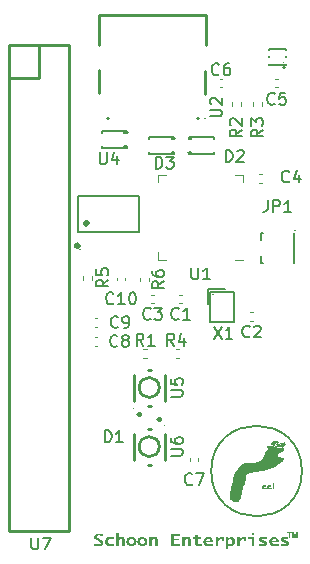
<source format=gbr>
%TF.GenerationSoftware,KiCad,Pcbnew,8.0.1*%
%TF.CreationDate,2024-04-25T23:54:08-05:00*%
%TF.ProjectId,Final Projeco,46696e61-6c20-4507-926f-6a65636f2e6b,rev?*%
%TF.SameCoordinates,Original*%
%TF.FileFunction,Legend,Top*%
%TF.FilePolarity,Positive*%
%FSLAX46Y46*%
G04 Gerber Fmt 4.6, Leading zero omitted, Abs format (unit mm)*
G04 Created by KiCad (PCBNEW 8.0.1) date 2024-04-25 23:54:08*
%MOMM*%
%LPD*%
G01*
G04 APERTURE LIST*
%ADD10C,0.150000*%
%ADD11C,0.125000*%
%ADD12C,0.250000*%
%ADD13C,0.120000*%
%ADD14C,0.151994*%
%ADD15C,0.059995*%
%ADD16C,0.200000*%
%ADD17C,0.152400*%
%ADD18C,0.300000*%
%ADD19C,0.254000*%
%ADD20C,0.000000*%
%ADD21C,0.150013*%
G04 APERTURE END LIST*
D10*
X50749002Y-52565615D02*
G75*
G02*
X43070998Y-52565615I-3839002J0D01*
G01*
X43070998Y-52565615D02*
G75*
G02*
X50749002Y-52565615I3839002J0D01*
G01*
D11*
G36*
X49634497Y-58225000D02*
G01*
X49634497Y-57802948D01*
X49485143Y-57802948D01*
X49485143Y-57716974D01*
X49885212Y-57716974D01*
X49885212Y-57802948D01*
X49736224Y-57802948D01*
X49736224Y-58225000D01*
X49634497Y-58225000D01*
G37*
G36*
X49947250Y-58225000D02*
G01*
X49947250Y-57716974D01*
X50099413Y-57716974D01*
X50190760Y-58063555D01*
X50281130Y-57716974D01*
X50433538Y-57716974D01*
X50433538Y-58225000D01*
X50339138Y-58225000D01*
X50339138Y-57825052D01*
X50239120Y-58225000D01*
X50141301Y-58225000D01*
X50041650Y-57825052D01*
X50041650Y-58225000D01*
X49947250Y-58225000D01*
G37*
D12*
G36*
X33148719Y-58892170D02*
G01*
X33148719Y-58722421D01*
X33203281Y-58740434D01*
X33256480Y-58755394D01*
X33318517Y-58769316D01*
X33378589Y-58778841D01*
X33436697Y-58783970D01*
X33474344Y-58784947D01*
X33529877Y-58781779D01*
X33584303Y-58770826D01*
X33635323Y-58749742D01*
X33643604Y-58744891D01*
X33685700Y-58709162D01*
X33707034Y-58663561D01*
X33708621Y-58645484D01*
X33695667Y-58596332D01*
X33687397Y-58583691D01*
X33645260Y-58550300D01*
X33598035Y-58524359D01*
X33576974Y-58514082D01*
X33368489Y-58416629D01*
X33321623Y-58392495D01*
X33273667Y-58364516D01*
X33228975Y-58331782D01*
X33226364Y-58329434D01*
X33190430Y-58289989D01*
X33164302Y-58246880D01*
X33147950Y-58197407D01*
X33143346Y-58150893D01*
X33149508Y-58096442D01*
X33167996Y-58046174D01*
X33198809Y-58000088D01*
X33235880Y-57963194D01*
X33241946Y-57958185D01*
X33290780Y-57927065D01*
X33341703Y-57906474D01*
X33400994Y-57891499D01*
X33456796Y-57883309D01*
X33518410Y-57879020D01*
X33558168Y-57878318D01*
X33619068Y-57879520D01*
X33678854Y-57883126D01*
X33737525Y-57889137D01*
X33795082Y-57897552D01*
X33851524Y-57908371D01*
X33870090Y-57912512D01*
X33870090Y-58076154D01*
X33810515Y-58056731D01*
X33751885Y-58041327D01*
X33694199Y-58029941D01*
X33637458Y-58022574D01*
X33581661Y-58019225D01*
X33563272Y-58019002D01*
X33504648Y-58021888D01*
X33450586Y-58031729D01*
X33407445Y-58048555D01*
X33366339Y-58082138D01*
X33352637Y-58123782D01*
X33366001Y-58171348D01*
X33366877Y-58172875D01*
X33408205Y-58207527D01*
X33455268Y-58231981D01*
X33686591Y-58340669D01*
X33738571Y-58366718D01*
X33791050Y-58396740D01*
X33834735Y-58426364D01*
X33877981Y-58463869D01*
X33889166Y-58476224D01*
X33917785Y-58519530D01*
X33935805Y-58567319D01*
X33943224Y-58619593D01*
X33943436Y-58630586D01*
X33938635Y-58680073D01*
X33924231Y-58727176D01*
X33900224Y-58771894D01*
X33894270Y-58780551D01*
X33858793Y-58820488D01*
X33813817Y-58854511D01*
X33765218Y-58880073D01*
X33747309Y-58887529D01*
X33694046Y-58904199D01*
X33640278Y-58914878D01*
X33579825Y-58921910D01*
X33522687Y-58925036D01*
X33481866Y-58925631D01*
X33424149Y-58924455D01*
X33364240Y-58920926D01*
X33302140Y-58915044D01*
X33248717Y-58908345D01*
X33193771Y-58900012D01*
X33148719Y-58892170D01*
G37*
G36*
X34837023Y-58890704D02*
G01*
X34784708Y-58902423D01*
X34738422Y-58910244D01*
X34682978Y-58917405D01*
X34640090Y-58921479D01*
X34585090Y-58924946D01*
X34550624Y-58925631D01*
X34496849Y-58924017D01*
X34433667Y-58917459D01*
X34374972Y-58905856D01*
X34320764Y-58889209D01*
X34271042Y-58867517D01*
X34225807Y-58840780D01*
X34200819Y-58822316D01*
X34157084Y-58780791D01*
X34122398Y-58733702D01*
X34096760Y-58681049D01*
X34082308Y-58632920D01*
X34074139Y-58580928D01*
X34072128Y-58536552D01*
X34074988Y-58484058D01*
X34083567Y-58434652D01*
X34101413Y-58379443D01*
X34127494Y-58328681D01*
X34161812Y-58282368D01*
X34189267Y-58253963D01*
X34237340Y-58216611D01*
X34283737Y-58191388D01*
X34335892Y-58171531D01*
X34393806Y-58157041D01*
X34457479Y-58147918D01*
X34512565Y-58144483D01*
X34541489Y-58144054D01*
X34600504Y-58145239D01*
X34657856Y-58148794D01*
X34713545Y-58154719D01*
X34767573Y-58163013D01*
X34828504Y-58175686D01*
X34837023Y-58177759D01*
X34837023Y-58331388D01*
X34783991Y-58315534D01*
X34723552Y-58301184D01*
X34664656Y-58291298D01*
X34607303Y-58285877D01*
X34567281Y-58284738D01*
X34511221Y-58289143D01*
X34454266Y-58304370D01*
X34402925Y-58330473D01*
X34388618Y-58340425D01*
X34349231Y-58380778D01*
X34326255Y-58426843D01*
X34315752Y-58475543D01*
X34313928Y-58509685D01*
X34318087Y-58559255D01*
X34332110Y-58609579D01*
X34349124Y-58644752D01*
X34381074Y-58686162D01*
X34424132Y-58719536D01*
X34459009Y-58737320D01*
X34512130Y-58755536D01*
X34568425Y-58766191D01*
X34622358Y-58769316D01*
X34679963Y-58766476D01*
X34739735Y-58757955D01*
X34794686Y-58745614D01*
X34837023Y-58733412D01*
X34837023Y-58890704D01*
G37*
G36*
X35032076Y-58910000D02*
G01*
X35032076Y-57831423D01*
X35255875Y-57831423D01*
X35255875Y-58160174D01*
X35246741Y-58300369D01*
X35255875Y-58300369D01*
X35280594Y-58255989D01*
X35316758Y-58214356D01*
X35350177Y-58187773D01*
X35398704Y-58162882D01*
X35450422Y-58149220D01*
X35509382Y-58144097D01*
X35515676Y-58144054D01*
X35573956Y-58148981D01*
X35625478Y-58163760D01*
X35674799Y-58191739D01*
X35692191Y-58206336D01*
X35724529Y-58246584D01*
X35746284Y-58297535D01*
X35756737Y-58351810D01*
X35759089Y-58398066D01*
X35759089Y-58910000D01*
X35535558Y-58910000D01*
X35535558Y-58444717D01*
X35530827Y-58395436D01*
X35510840Y-58355568D01*
X35462833Y-58333128D01*
X35441793Y-58331632D01*
X35386392Y-58341076D01*
X35338893Y-58365094D01*
X35295898Y-58399254D01*
X35260104Y-58438996D01*
X35255875Y-58444717D01*
X35255875Y-58910000D01*
X35032076Y-58910000D01*
G37*
G36*
X36371921Y-58146493D02*
G01*
X36433455Y-58155858D01*
X36491417Y-58172247D01*
X36545810Y-58195660D01*
X36596632Y-58226097D01*
X36620704Y-58243949D01*
X36663618Y-58284604D01*
X36697652Y-58331648D01*
X36722808Y-58385080D01*
X36736989Y-58434486D01*
X36745005Y-58488329D01*
X36746978Y-58534598D01*
X36743888Y-58592336D01*
X36734620Y-58645567D01*
X36719173Y-58694289D01*
X36692481Y-58746805D01*
X36656891Y-58792829D01*
X36620436Y-58826224D01*
X36571244Y-58860007D01*
X36518577Y-58886800D01*
X36462434Y-58906604D01*
X36402815Y-58919418D01*
X36339720Y-58925243D01*
X36317916Y-58925631D01*
X36253846Y-58922136D01*
X36193213Y-58911652D01*
X36136018Y-58894178D01*
X36082262Y-58869715D01*
X36031943Y-58838262D01*
X36015935Y-58826224D01*
X35972930Y-58785609D01*
X35938823Y-58738503D01*
X35913613Y-58684905D01*
X35899402Y-58635281D01*
X35891370Y-58581149D01*
X35889402Y-58534842D01*
X36131999Y-58534842D01*
X36134416Y-58589241D01*
X36143097Y-58642795D01*
X36160410Y-58692059D01*
X36182508Y-58726085D01*
X36225352Y-58761954D01*
X36277717Y-58781268D01*
X36317916Y-58784947D01*
X36372374Y-58777992D01*
X36422440Y-58754539D01*
X36453593Y-58726085D01*
X36480371Y-58682116D01*
X36495991Y-58630268D01*
X36503132Y-58574416D01*
X36504371Y-58534842D01*
X36501929Y-58480444D01*
X36493155Y-58426890D01*
X36475658Y-58377626D01*
X36453325Y-58343600D01*
X36410355Y-58307731D01*
X36358015Y-58288417D01*
X36317916Y-58284738D01*
X36263733Y-58291693D01*
X36213749Y-58315146D01*
X36182508Y-58343600D01*
X36155872Y-58387569D01*
X36140335Y-58439417D01*
X36133232Y-58495269D01*
X36131999Y-58534842D01*
X35889402Y-58534842D01*
X35889392Y-58534598D01*
X35892469Y-58477206D01*
X35901698Y-58424250D01*
X35917079Y-58375731D01*
X35943658Y-58323363D01*
X35979097Y-58277385D01*
X36015397Y-58243949D01*
X36064507Y-58210000D01*
X36117130Y-58183076D01*
X36173266Y-58163175D01*
X36232917Y-58150297D01*
X36296081Y-58144444D01*
X36317916Y-58144054D01*
X36371921Y-58146493D01*
G37*
G36*
X37299360Y-58146493D02*
G01*
X37360894Y-58155858D01*
X37418856Y-58172247D01*
X37473249Y-58195660D01*
X37524071Y-58226097D01*
X37548143Y-58243949D01*
X37591057Y-58284604D01*
X37625091Y-58331648D01*
X37650247Y-58385080D01*
X37664428Y-58434486D01*
X37672444Y-58488329D01*
X37674417Y-58534598D01*
X37671327Y-58592336D01*
X37662059Y-58645567D01*
X37646612Y-58694289D01*
X37619920Y-58746805D01*
X37584330Y-58792829D01*
X37547875Y-58826224D01*
X37498683Y-58860007D01*
X37446016Y-58886800D01*
X37389873Y-58906604D01*
X37330254Y-58919418D01*
X37267159Y-58925243D01*
X37245355Y-58925631D01*
X37181285Y-58922136D01*
X37120652Y-58911652D01*
X37063457Y-58894178D01*
X37009701Y-58869715D01*
X36959382Y-58838262D01*
X36943374Y-58826224D01*
X36900369Y-58785609D01*
X36866262Y-58738503D01*
X36841052Y-58684905D01*
X36826841Y-58635281D01*
X36818809Y-58581149D01*
X36816841Y-58534842D01*
X37059438Y-58534842D01*
X37061855Y-58589241D01*
X37070536Y-58642795D01*
X37087849Y-58692059D01*
X37109947Y-58726085D01*
X37152791Y-58761954D01*
X37205156Y-58781268D01*
X37245355Y-58784947D01*
X37299813Y-58777992D01*
X37349879Y-58754539D01*
X37381032Y-58726085D01*
X37407810Y-58682116D01*
X37423430Y-58630268D01*
X37430571Y-58574416D01*
X37431810Y-58534842D01*
X37429368Y-58480444D01*
X37420594Y-58426890D01*
X37403097Y-58377626D01*
X37380764Y-58343600D01*
X37337794Y-58307731D01*
X37285454Y-58288417D01*
X37245355Y-58284738D01*
X37191172Y-58291693D01*
X37141188Y-58315146D01*
X37109947Y-58343600D01*
X37083311Y-58387569D01*
X37067774Y-58439417D01*
X37060671Y-58495269D01*
X37059438Y-58534842D01*
X36816841Y-58534842D01*
X36816831Y-58534598D01*
X36819908Y-58477206D01*
X36829136Y-58424250D01*
X36844518Y-58375731D01*
X36871097Y-58323363D01*
X36906536Y-58277385D01*
X36942836Y-58243949D01*
X36991946Y-58210000D01*
X37044569Y-58183076D01*
X37100705Y-58163175D01*
X37160356Y-58150297D01*
X37223520Y-58144444D01*
X37245355Y-58144054D01*
X37299360Y-58146493D01*
G37*
G36*
X37814392Y-58910000D02*
G01*
X37814392Y-58159685D01*
X38038192Y-58159685D01*
X38029057Y-58300369D01*
X38038192Y-58300369D01*
X38062911Y-58255989D01*
X38099074Y-58214356D01*
X38132494Y-58187773D01*
X38181021Y-58162882D01*
X38232739Y-58149220D01*
X38291699Y-58144097D01*
X38297993Y-58144054D01*
X38356620Y-58149000D01*
X38408277Y-58163838D01*
X38457498Y-58191926D01*
X38474776Y-58206580D01*
X38506985Y-58246907D01*
X38528652Y-58297822D01*
X38539063Y-58351968D01*
X38541406Y-58398066D01*
X38541406Y-58910000D01*
X38317875Y-58910000D01*
X38317875Y-58444717D01*
X38313144Y-58395436D01*
X38293157Y-58355568D01*
X38245150Y-58333128D01*
X38224110Y-58331632D01*
X38168708Y-58341076D01*
X38121210Y-58365094D01*
X38078214Y-58399254D01*
X38042420Y-58438996D01*
X38038192Y-58444717D01*
X38038192Y-58910000D01*
X37814392Y-58910000D01*
G37*
G36*
X39689152Y-58910000D02*
G01*
X39689152Y-57893949D01*
X40387955Y-57893949D01*
X40387955Y-58034633D01*
X39912683Y-58034633D01*
X39912683Y-58300369D01*
X40313803Y-58300369D01*
X40313803Y-58441053D01*
X39912683Y-58441053D01*
X39912683Y-58769316D01*
X40427986Y-58769316D01*
X40427986Y-58910000D01*
X39689152Y-58910000D01*
G37*
G36*
X40596709Y-58910000D02*
G01*
X40596709Y-58159685D01*
X40820509Y-58159685D01*
X40811374Y-58300369D01*
X40820509Y-58300369D01*
X40845228Y-58255989D01*
X40881391Y-58214356D01*
X40914811Y-58187773D01*
X40963338Y-58162882D01*
X41015056Y-58149220D01*
X41074016Y-58144097D01*
X41080310Y-58144054D01*
X41138937Y-58149000D01*
X41190594Y-58163838D01*
X41239814Y-58191926D01*
X41257093Y-58206580D01*
X41289302Y-58246907D01*
X41310969Y-58297822D01*
X41321380Y-58351968D01*
X41323722Y-58398066D01*
X41323722Y-58910000D01*
X41100191Y-58910000D01*
X41100191Y-58444717D01*
X41095460Y-58395436D01*
X41075474Y-58355568D01*
X41027467Y-58333128D01*
X41006427Y-58331632D01*
X40951025Y-58341076D01*
X40903527Y-58365094D01*
X40860531Y-58399254D01*
X40824737Y-58438996D01*
X40820509Y-58444717D01*
X40820509Y-58910000D01*
X40596709Y-58910000D01*
G37*
G36*
X42249012Y-58889483D02*
G01*
X42191993Y-58903568D01*
X42138008Y-58914194D01*
X42080027Y-58922101D01*
X42026008Y-58925490D01*
X42013122Y-58925631D01*
X41954858Y-58922283D01*
X41899388Y-58912240D01*
X41851385Y-58897299D01*
X41800770Y-58872981D01*
X41758132Y-58840126D01*
X41740425Y-58819630D01*
X41716942Y-58771199D01*
X41707024Y-58722589D01*
X41704155Y-58670397D01*
X41704155Y-58300369D01*
X41527372Y-58300369D01*
X41527372Y-58159685D01*
X41704155Y-58159685D01*
X41704155Y-57972107D01*
X41927686Y-57972107D01*
X41927686Y-58159685D01*
X42230743Y-58159685D01*
X42230743Y-58300369D01*
X41927686Y-58300369D01*
X41927686Y-58623258D01*
X41930923Y-58675128D01*
X41947299Y-58721933D01*
X41990341Y-58754236D01*
X42000495Y-58758080D01*
X42053087Y-58768613D01*
X42071423Y-58769316D01*
X42127093Y-58766024D01*
X42182605Y-58756149D01*
X42237960Y-58739692D01*
X42249012Y-58735610D01*
X42249012Y-58889483D01*
G37*
G36*
X42903879Y-58147566D02*
G01*
X42959868Y-58158102D01*
X43011001Y-58175661D01*
X43064521Y-58205025D01*
X43105136Y-58237803D01*
X43111434Y-58243949D01*
X43145308Y-58284040D01*
X43172173Y-58329575D01*
X43192031Y-58380554D01*
X43204879Y-58436977D01*
X43210233Y-58488155D01*
X43211109Y-58520676D01*
X43211109Y-58597369D01*
X42656580Y-58597369D01*
X42669195Y-58646799D01*
X42697859Y-58691586D01*
X42742016Y-58726329D01*
X42792454Y-58748998D01*
X42849399Y-58763271D01*
X42906213Y-58768938D01*
X42926322Y-58769316D01*
X42983017Y-58766908D01*
X43042850Y-58759685D01*
X43096632Y-58749662D01*
X43152718Y-58736101D01*
X43211109Y-58719002D01*
X43211109Y-58877271D01*
X43152284Y-58891203D01*
X43095703Y-58902773D01*
X43041365Y-58911983D01*
X42979120Y-58919917D01*
X42920106Y-58924450D01*
X42873394Y-58925631D01*
X42814781Y-58923410D01*
X42759305Y-58916749D01*
X42706966Y-58905646D01*
X42650991Y-58887518D01*
X42631057Y-58879225D01*
X42581790Y-58853121D01*
X42538501Y-58821461D01*
X42501190Y-58784245D01*
X42469856Y-58741472D01*
X42445055Y-58694409D01*
X42427340Y-58644569D01*
X42416711Y-58591950D01*
X42413168Y-58536552D01*
X42416476Y-58482834D01*
X42421492Y-58456685D01*
X42649595Y-58456685D01*
X42994295Y-58456685D01*
X42990326Y-58407149D01*
X42975088Y-58358789D01*
X42942865Y-58317650D01*
X42895086Y-58292966D01*
X42841751Y-58284906D01*
X42831751Y-58284738D01*
X42777585Y-58291161D01*
X42728541Y-58312615D01*
X42706284Y-58330411D01*
X42673987Y-58373167D01*
X42655430Y-58423010D01*
X42649595Y-58456685D01*
X42421492Y-58456685D01*
X42426400Y-58431100D01*
X42442939Y-58381351D01*
X42466095Y-58333586D01*
X42495581Y-58289562D01*
X42531113Y-58251277D01*
X42572689Y-58218731D01*
X42620310Y-58191926D01*
X42672213Y-58170982D01*
X42726635Y-58156022D01*
X42783576Y-58147046D01*
X42843035Y-58144054D01*
X42903879Y-58147566D01*
G37*
G36*
X43439476Y-58910000D02*
G01*
X43439476Y-58159685D01*
X43663276Y-58159685D01*
X43654141Y-58300369D01*
X43663276Y-58300369D01*
X43696045Y-58257413D01*
X43734084Y-58219105D01*
X43750324Y-58206580D01*
X43795796Y-58179713D01*
X43845163Y-58160174D01*
X43900845Y-58148084D01*
X43956288Y-58144117D01*
X43964720Y-58144054D01*
X44021759Y-58146835D01*
X44076603Y-58153534D01*
X44120279Y-58160907D01*
X44120279Y-58472316D01*
X43970900Y-58472316D01*
X43970900Y-58333098D01*
X43930868Y-58331632D01*
X43874669Y-58336578D01*
X43833073Y-58347264D01*
X43782399Y-58369332D01*
X43745219Y-58392693D01*
X43704180Y-58429330D01*
X43670935Y-58469528D01*
X43663276Y-58480132D01*
X43663276Y-58910000D01*
X43439476Y-58910000D01*
G37*
G36*
X44826625Y-58148951D02*
G01*
X44880353Y-58163642D01*
X44928681Y-58188127D01*
X44971609Y-58222406D01*
X44993715Y-58246392D01*
X45026901Y-58294283D01*
X45048858Y-58340468D01*
X45064827Y-58391393D01*
X45074808Y-58447057D01*
X45078550Y-58497065D01*
X45078883Y-58517990D01*
X45076587Y-58573704D01*
X45069700Y-58625900D01*
X45058221Y-58674578D01*
X45038386Y-58728348D01*
X45011939Y-58777051D01*
X44984849Y-58813768D01*
X44947282Y-58851784D01*
X44897628Y-58886195D01*
X44841700Y-58909900D01*
X44788769Y-58921698D01*
X44731228Y-58925631D01*
X44675821Y-58921143D01*
X44620794Y-58906374D01*
X44610327Y-58902184D01*
X44561172Y-58874928D01*
X44519768Y-58840387D01*
X44511458Y-58831842D01*
X44502323Y-58831842D01*
X44511458Y-58903405D01*
X44511458Y-59175736D01*
X44287658Y-59175736D01*
X44287658Y-58698485D01*
X44511458Y-58698485D01*
X44554172Y-58731668D01*
X44585341Y-58748555D01*
X44637545Y-58765889D01*
X44672390Y-58769316D01*
X44726891Y-58760275D01*
X44759706Y-58743670D01*
X44796590Y-58704154D01*
X44816933Y-58658674D01*
X44829457Y-58607350D01*
X44835351Y-58554823D01*
X44836277Y-58521898D01*
X44833195Y-58470034D01*
X44821059Y-58418400D01*
X44797320Y-58376817D01*
X44755131Y-58344385D01*
X44701607Y-58331809D01*
X44693614Y-58331632D01*
X44638340Y-58341190D01*
X44602267Y-58358743D01*
X44560771Y-58393015D01*
X44526214Y-58433183D01*
X44511458Y-58453265D01*
X44511458Y-58698485D01*
X44287658Y-58698485D01*
X44287658Y-58159685D01*
X44511458Y-58159685D01*
X44502323Y-58300369D01*
X44511458Y-58300369D01*
X44541975Y-58258109D01*
X44576240Y-58219998D01*
X44596357Y-58202916D01*
X44641260Y-58174383D01*
X44676420Y-58158709D01*
X44731014Y-58146115D01*
X44767498Y-58144054D01*
X44826625Y-58148951D01*
G37*
G36*
X45294354Y-58910000D02*
G01*
X45294354Y-58159685D01*
X45518154Y-58159685D01*
X45509019Y-58300369D01*
X45518154Y-58300369D01*
X45550923Y-58257413D01*
X45588962Y-58219105D01*
X45605202Y-58206580D01*
X45650674Y-58179713D01*
X45700041Y-58160174D01*
X45755723Y-58148084D01*
X45811166Y-58144117D01*
X45819598Y-58144054D01*
X45876637Y-58146835D01*
X45931481Y-58153534D01*
X45975157Y-58160907D01*
X45975157Y-58472316D01*
X45825778Y-58472316D01*
X45825778Y-58333098D01*
X45785746Y-58331632D01*
X45729546Y-58336578D01*
X45687951Y-58347264D01*
X45637277Y-58369332D01*
X45600097Y-58392693D01*
X45559058Y-58429330D01*
X45525813Y-58469528D01*
X45518154Y-58480132D01*
X45518154Y-58910000D01*
X45294354Y-58910000D01*
G37*
G36*
X46501475Y-58910000D02*
G01*
X46501475Y-58300369D01*
X46202986Y-58300369D01*
X46202986Y-58159685D01*
X46725275Y-58159685D01*
X46725275Y-58910000D01*
X46501475Y-58910000D01*
G37*
G36*
X46501475Y-58019002D02*
G01*
X46501475Y-57815792D01*
X46725275Y-57815792D01*
X46725275Y-58019002D01*
X46501475Y-58019002D01*
G37*
G36*
X47100334Y-58881667D02*
G01*
X47100334Y-58725840D01*
X47157455Y-58742868D01*
X47210771Y-58757010D01*
X47269729Y-58770170D01*
X47323209Y-58779175D01*
X47378677Y-58784428D01*
X47400167Y-58784947D01*
X47455715Y-58781682D01*
X47508129Y-58769800D01*
X47519993Y-58765163D01*
X47560269Y-58729836D01*
X47565666Y-58703859D01*
X47545247Y-58662337D01*
X47497763Y-58637047D01*
X47486409Y-58632784D01*
X47310969Y-58568548D01*
X47251759Y-58544229D01*
X47202584Y-58517524D01*
X47156822Y-58482330D01*
X47121697Y-58436930D01*
X47106242Y-58386854D01*
X47105439Y-58371688D01*
X47113021Y-58322061D01*
X47135768Y-58275578D01*
X47151381Y-58255184D01*
X47190573Y-58218537D01*
X47238832Y-58188827D01*
X47276043Y-58172875D01*
X47332038Y-58157676D01*
X47386619Y-58149570D01*
X47441513Y-58145433D01*
X47503066Y-58144054D01*
X47559688Y-58145840D01*
X47620743Y-58151198D01*
X47677802Y-58158817D01*
X47738255Y-58169170D01*
X47756151Y-58172630D01*
X47756151Y-58331388D01*
X47700512Y-58315534D01*
X47648046Y-58302961D01*
X47590847Y-58292437D01*
X47530766Y-58285877D01*
X47496081Y-58284738D01*
X47440682Y-58287777D01*
X47386271Y-58299637D01*
X47383510Y-58300614D01*
X47342454Y-58332304D01*
X47339717Y-58346531D01*
X47355031Y-58378039D01*
X47403021Y-58401655D01*
X47450139Y-58419316D01*
X47644385Y-58491123D01*
X47696370Y-58513425D01*
X47741718Y-58540244D01*
X47781137Y-58578318D01*
X47804278Y-58623364D01*
X47814692Y-58674845D01*
X47814989Y-58685540D01*
X47807850Y-58737189D01*
X47786434Y-58785372D01*
X47771734Y-58806441D01*
X47733335Y-58844462D01*
X47687317Y-58873703D01*
X47641967Y-58893635D01*
X47585500Y-58910508D01*
X47530866Y-58920350D01*
X47472619Y-58925131D01*
X47445572Y-58925631D01*
X47389229Y-58924321D01*
X47332809Y-58921276D01*
X47328433Y-58920990D01*
X47269843Y-58914250D01*
X47214191Y-58904889D01*
X47156487Y-58893617D01*
X47100334Y-58881667D01*
G37*
G36*
X48468512Y-58147566D02*
G01*
X48524501Y-58158102D01*
X48575635Y-58175661D01*
X48629155Y-58205025D01*
X48669770Y-58237803D01*
X48676067Y-58243949D01*
X48709941Y-58284040D01*
X48736807Y-58329575D01*
X48756664Y-58380554D01*
X48769513Y-58436977D01*
X48774867Y-58488155D01*
X48775743Y-58520676D01*
X48775743Y-58597369D01*
X48221214Y-58597369D01*
X48233828Y-58646799D01*
X48262493Y-58691586D01*
X48306650Y-58726329D01*
X48357088Y-58748998D01*
X48414033Y-58763271D01*
X48470846Y-58768938D01*
X48490956Y-58769316D01*
X48547651Y-58766908D01*
X48607484Y-58759685D01*
X48661265Y-58749662D01*
X48717352Y-58736101D01*
X48775743Y-58719002D01*
X48775743Y-58877271D01*
X48716918Y-58891203D01*
X48660337Y-58902773D01*
X48605998Y-58911983D01*
X48543754Y-58919917D01*
X48484739Y-58924450D01*
X48438028Y-58925631D01*
X48379415Y-58923410D01*
X48323939Y-58916749D01*
X48271600Y-58905646D01*
X48215625Y-58887518D01*
X48195690Y-58879225D01*
X48146424Y-58853121D01*
X48103135Y-58821461D01*
X48065823Y-58784245D01*
X48034490Y-58741472D01*
X48009689Y-58694409D01*
X47991974Y-58644569D01*
X47981344Y-58591950D01*
X47977801Y-58536552D01*
X47981109Y-58482834D01*
X47986125Y-58456685D01*
X48214228Y-58456685D01*
X48558928Y-58456685D01*
X48554960Y-58407149D01*
X48539722Y-58358789D01*
X48507499Y-58317650D01*
X48459720Y-58292966D01*
X48406385Y-58284906D01*
X48396385Y-58284738D01*
X48342219Y-58291161D01*
X48293175Y-58312615D01*
X48270917Y-58330411D01*
X48238620Y-58373167D01*
X48220063Y-58423010D01*
X48214228Y-58456685D01*
X47986125Y-58456685D01*
X47991033Y-58431100D01*
X48007573Y-58381351D01*
X48030729Y-58333586D01*
X48060215Y-58289562D01*
X48095746Y-58251277D01*
X48137322Y-58218731D01*
X48184944Y-58191926D01*
X48236847Y-58170982D01*
X48291269Y-58156022D01*
X48348209Y-58147046D01*
X48407669Y-58144054D01*
X48468512Y-58147566D01*
G37*
G36*
X48955212Y-58881667D02*
G01*
X48955212Y-58725840D01*
X49012333Y-58742868D01*
X49065649Y-58757010D01*
X49124607Y-58770170D01*
X49178086Y-58779175D01*
X49233555Y-58784428D01*
X49255045Y-58784947D01*
X49310593Y-58781682D01*
X49363007Y-58769800D01*
X49374870Y-58765163D01*
X49415147Y-58729836D01*
X49420544Y-58703859D01*
X49400125Y-58662337D01*
X49352641Y-58637047D01*
X49341287Y-58632784D01*
X49165847Y-58568548D01*
X49106637Y-58544229D01*
X49057462Y-58517524D01*
X49011700Y-58482330D01*
X48976575Y-58436930D01*
X48961120Y-58386854D01*
X48960317Y-58371688D01*
X48967899Y-58322061D01*
X48990646Y-58275578D01*
X49006259Y-58255184D01*
X49045451Y-58218537D01*
X49093710Y-58188827D01*
X49130921Y-58172875D01*
X49186916Y-58157676D01*
X49241497Y-58149570D01*
X49296391Y-58145433D01*
X49357944Y-58144054D01*
X49414566Y-58145840D01*
X49475621Y-58151198D01*
X49532680Y-58158817D01*
X49593133Y-58169170D01*
X49611029Y-58172630D01*
X49611029Y-58331388D01*
X49555390Y-58315534D01*
X49502924Y-58302961D01*
X49445725Y-58292437D01*
X49385644Y-58285877D01*
X49350959Y-58284738D01*
X49295560Y-58287777D01*
X49241149Y-58299637D01*
X49238387Y-58300614D01*
X49197332Y-58332304D01*
X49194595Y-58346531D01*
X49209909Y-58378039D01*
X49257899Y-58401655D01*
X49305017Y-58419316D01*
X49499263Y-58491123D01*
X49551248Y-58513425D01*
X49596596Y-58540244D01*
X49636015Y-58578318D01*
X49659156Y-58623364D01*
X49669569Y-58674845D01*
X49669867Y-58685540D01*
X49662728Y-58737189D01*
X49641312Y-58785372D01*
X49626612Y-58806441D01*
X49588213Y-58844462D01*
X49542195Y-58873703D01*
X49496845Y-58893635D01*
X49440378Y-58910508D01*
X49385744Y-58920350D01*
X49327497Y-58925131D01*
X49300450Y-58925631D01*
X49244107Y-58924321D01*
X49187687Y-58921276D01*
X49183311Y-58920990D01*
X49124721Y-58914250D01*
X49069069Y-58904889D01*
X49011365Y-58893617D01*
X48955212Y-58881667D01*
G37*
D10*
X41398095Y-35347319D02*
X41398095Y-36156842D01*
X41398095Y-36156842D02*
X41445714Y-36252080D01*
X41445714Y-36252080D02*
X41493333Y-36299700D01*
X41493333Y-36299700D02*
X41588571Y-36347319D01*
X41588571Y-36347319D02*
X41779047Y-36347319D01*
X41779047Y-36347319D02*
X41874285Y-36299700D01*
X41874285Y-36299700D02*
X41921904Y-36252080D01*
X41921904Y-36252080D02*
X41969523Y-36156842D01*
X41969523Y-36156842D02*
X41969523Y-35347319D01*
X42969523Y-36347319D02*
X42398095Y-36347319D01*
X42683809Y-36347319D02*
X42683809Y-35347319D01*
X42683809Y-35347319D02*
X42588571Y-35490176D01*
X42588571Y-35490176D02*
X42493333Y-35585414D01*
X42493333Y-35585414D02*
X42398095Y-35633033D01*
X46333333Y-41159580D02*
X46285714Y-41207200D01*
X46285714Y-41207200D02*
X46142857Y-41254819D01*
X46142857Y-41254819D02*
X46047619Y-41254819D01*
X46047619Y-41254819D02*
X45904762Y-41207200D01*
X45904762Y-41207200D02*
X45809524Y-41111961D01*
X45809524Y-41111961D02*
X45761905Y-41016723D01*
X45761905Y-41016723D02*
X45714286Y-40826247D01*
X45714286Y-40826247D02*
X45714286Y-40683390D01*
X45714286Y-40683390D02*
X45761905Y-40492914D01*
X45761905Y-40492914D02*
X45809524Y-40397676D01*
X45809524Y-40397676D02*
X45904762Y-40302438D01*
X45904762Y-40302438D02*
X46047619Y-40254819D01*
X46047619Y-40254819D02*
X46142857Y-40254819D01*
X46142857Y-40254819D02*
X46285714Y-40302438D01*
X46285714Y-40302438D02*
X46333333Y-40350057D01*
X46714286Y-40350057D02*
X46761905Y-40302438D01*
X46761905Y-40302438D02*
X46857143Y-40254819D01*
X46857143Y-40254819D02*
X47095238Y-40254819D01*
X47095238Y-40254819D02*
X47190476Y-40302438D01*
X47190476Y-40302438D02*
X47238095Y-40350057D01*
X47238095Y-40350057D02*
X47285714Y-40445295D01*
X47285714Y-40445295D02*
X47285714Y-40540533D01*
X47285714Y-40540533D02*
X47238095Y-40683390D01*
X47238095Y-40683390D02*
X46666667Y-41254819D01*
X46666667Y-41254819D02*
X47285714Y-41254819D01*
X38362007Y-26954819D02*
X38362007Y-25954819D01*
X38362007Y-25954819D02*
X38600102Y-25954819D01*
X38600102Y-25954819D02*
X38742959Y-26002438D01*
X38742959Y-26002438D02*
X38838197Y-26097676D01*
X38838197Y-26097676D02*
X38885816Y-26192914D01*
X38885816Y-26192914D02*
X38933435Y-26383390D01*
X38933435Y-26383390D02*
X38933435Y-26526247D01*
X38933435Y-26526247D02*
X38885816Y-26716723D01*
X38885816Y-26716723D02*
X38838197Y-26811961D01*
X38838197Y-26811961D02*
X38742959Y-26907200D01*
X38742959Y-26907200D02*
X38600102Y-26954819D01*
X38600102Y-26954819D02*
X38362007Y-26954819D01*
X39266769Y-25954819D02*
X39885816Y-25954819D01*
X39885816Y-25954819D02*
X39552483Y-26335771D01*
X39552483Y-26335771D02*
X39695340Y-26335771D01*
X39695340Y-26335771D02*
X39790578Y-26383390D01*
X39790578Y-26383390D02*
X39838197Y-26431009D01*
X39838197Y-26431009D02*
X39885816Y-26526247D01*
X39885816Y-26526247D02*
X39885816Y-26764342D01*
X39885816Y-26764342D02*
X39838197Y-26859580D01*
X39838197Y-26859580D02*
X39790578Y-26907200D01*
X39790578Y-26907200D02*
X39695340Y-26954819D01*
X39695340Y-26954819D02*
X39409626Y-26954819D01*
X39409626Y-26954819D02*
X39314388Y-26907200D01*
X39314388Y-26907200D02*
X39266769Y-26859580D01*
X47841666Y-29632419D02*
X47841666Y-30346704D01*
X47841666Y-30346704D02*
X47794047Y-30489561D01*
X47794047Y-30489561D02*
X47698809Y-30584800D01*
X47698809Y-30584800D02*
X47555952Y-30632419D01*
X47555952Y-30632419D02*
X47460714Y-30632419D01*
X48317857Y-30632419D02*
X48317857Y-29632419D01*
X48317857Y-29632419D02*
X48698809Y-29632419D01*
X48698809Y-29632419D02*
X48794047Y-29680038D01*
X48794047Y-29680038D02*
X48841666Y-29727657D01*
X48841666Y-29727657D02*
X48889285Y-29822895D01*
X48889285Y-29822895D02*
X48889285Y-29965752D01*
X48889285Y-29965752D02*
X48841666Y-30060990D01*
X48841666Y-30060990D02*
X48794047Y-30108609D01*
X48794047Y-30108609D02*
X48698809Y-30156228D01*
X48698809Y-30156228D02*
X48317857Y-30156228D01*
X49841666Y-30632419D02*
X49270238Y-30632419D01*
X49555952Y-30632419D02*
X49555952Y-29632419D01*
X49555952Y-29632419D02*
X49460714Y-29775276D01*
X49460714Y-29775276D02*
X49365476Y-29870514D01*
X49365476Y-29870514D02*
X49270238Y-29918133D01*
X48433333Y-21459580D02*
X48385714Y-21507200D01*
X48385714Y-21507200D02*
X48242857Y-21554819D01*
X48242857Y-21554819D02*
X48147619Y-21554819D01*
X48147619Y-21554819D02*
X48004762Y-21507200D01*
X48004762Y-21507200D02*
X47909524Y-21411961D01*
X47909524Y-21411961D02*
X47861905Y-21316723D01*
X47861905Y-21316723D02*
X47814286Y-21126247D01*
X47814286Y-21126247D02*
X47814286Y-20983390D01*
X47814286Y-20983390D02*
X47861905Y-20792914D01*
X47861905Y-20792914D02*
X47909524Y-20697676D01*
X47909524Y-20697676D02*
X48004762Y-20602438D01*
X48004762Y-20602438D02*
X48147619Y-20554819D01*
X48147619Y-20554819D02*
X48242857Y-20554819D01*
X48242857Y-20554819D02*
X48385714Y-20602438D01*
X48385714Y-20602438D02*
X48433333Y-20650057D01*
X49338095Y-20554819D02*
X48861905Y-20554819D01*
X48861905Y-20554819D02*
X48814286Y-21031009D01*
X48814286Y-21031009D02*
X48861905Y-20983390D01*
X48861905Y-20983390D02*
X48957143Y-20935771D01*
X48957143Y-20935771D02*
X49195238Y-20935771D01*
X49195238Y-20935771D02*
X49290476Y-20983390D01*
X49290476Y-20983390D02*
X49338095Y-21031009D01*
X49338095Y-21031009D02*
X49385714Y-21126247D01*
X49385714Y-21126247D02*
X49385714Y-21364342D01*
X49385714Y-21364342D02*
X49338095Y-21459580D01*
X49338095Y-21459580D02*
X49290476Y-21507200D01*
X49290476Y-21507200D02*
X49195238Y-21554819D01*
X49195238Y-21554819D02*
X48957143Y-21554819D01*
X48957143Y-21554819D02*
X48861905Y-21507200D01*
X48861905Y-21507200D02*
X48814286Y-21459580D01*
X34787142Y-38349580D02*
X34739523Y-38397200D01*
X34739523Y-38397200D02*
X34596666Y-38444819D01*
X34596666Y-38444819D02*
X34501428Y-38444819D01*
X34501428Y-38444819D02*
X34358571Y-38397200D01*
X34358571Y-38397200D02*
X34263333Y-38301961D01*
X34263333Y-38301961D02*
X34215714Y-38206723D01*
X34215714Y-38206723D02*
X34168095Y-38016247D01*
X34168095Y-38016247D02*
X34168095Y-37873390D01*
X34168095Y-37873390D02*
X34215714Y-37682914D01*
X34215714Y-37682914D02*
X34263333Y-37587676D01*
X34263333Y-37587676D02*
X34358571Y-37492438D01*
X34358571Y-37492438D02*
X34501428Y-37444819D01*
X34501428Y-37444819D02*
X34596666Y-37444819D01*
X34596666Y-37444819D02*
X34739523Y-37492438D01*
X34739523Y-37492438D02*
X34787142Y-37540057D01*
X35739523Y-38444819D02*
X35168095Y-38444819D01*
X35453809Y-38444819D02*
X35453809Y-37444819D01*
X35453809Y-37444819D02*
X35358571Y-37587676D01*
X35358571Y-37587676D02*
X35263333Y-37682914D01*
X35263333Y-37682914D02*
X35168095Y-37730533D01*
X36358571Y-37444819D02*
X36453809Y-37444819D01*
X36453809Y-37444819D02*
X36549047Y-37492438D01*
X36549047Y-37492438D02*
X36596666Y-37540057D01*
X36596666Y-37540057D02*
X36644285Y-37635295D01*
X36644285Y-37635295D02*
X36691904Y-37825771D01*
X36691904Y-37825771D02*
X36691904Y-38063866D01*
X36691904Y-38063866D02*
X36644285Y-38254342D01*
X36644285Y-38254342D02*
X36596666Y-38349580D01*
X36596666Y-38349580D02*
X36549047Y-38397200D01*
X36549047Y-38397200D02*
X36453809Y-38444819D01*
X36453809Y-38444819D02*
X36358571Y-38444819D01*
X36358571Y-38444819D02*
X36263333Y-38397200D01*
X36263333Y-38397200D02*
X36215714Y-38349580D01*
X36215714Y-38349580D02*
X36168095Y-38254342D01*
X36168095Y-38254342D02*
X36120476Y-38063866D01*
X36120476Y-38063866D02*
X36120476Y-37825771D01*
X36120476Y-37825771D02*
X36168095Y-37635295D01*
X36168095Y-37635295D02*
X36215714Y-37540057D01*
X36215714Y-37540057D02*
X36263333Y-37492438D01*
X36263333Y-37492438D02*
X36358571Y-37444819D01*
X43733333Y-18959580D02*
X43685714Y-19007200D01*
X43685714Y-19007200D02*
X43542857Y-19054819D01*
X43542857Y-19054819D02*
X43447619Y-19054819D01*
X43447619Y-19054819D02*
X43304762Y-19007200D01*
X43304762Y-19007200D02*
X43209524Y-18911961D01*
X43209524Y-18911961D02*
X43161905Y-18816723D01*
X43161905Y-18816723D02*
X43114286Y-18626247D01*
X43114286Y-18626247D02*
X43114286Y-18483390D01*
X43114286Y-18483390D02*
X43161905Y-18292914D01*
X43161905Y-18292914D02*
X43209524Y-18197676D01*
X43209524Y-18197676D02*
X43304762Y-18102438D01*
X43304762Y-18102438D02*
X43447619Y-18054819D01*
X43447619Y-18054819D02*
X43542857Y-18054819D01*
X43542857Y-18054819D02*
X43685714Y-18102438D01*
X43685714Y-18102438D02*
X43733333Y-18150057D01*
X44590476Y-18054819D02*
X44400000Y-18054819D01*
X44400000Y-18054819D02*
X44304762Y-18102438D01*
X44304762Y-18102438D02*
X44257143Y-18150057D01*
X44257143Y-18150057D02*
X44161905Y-18292914D01*
X44161905Y-18292914D02*
X44114286Y-18483390D01*
X44114286Y-18483390D02*
X44114286Y-18864342D01*
X44114286Y-18864342D02*
X44161905Y-18959580D01*
X44161905Y-18959580D02*
X44209524Y-19007200D01*
X44209524Y-19007200D02*
X44304762Y-19054819D01*
X44304762Y-19054819D02*
X44495238Y-19054819D01*
X44495238Y-19054819D02*
X44590476Y-19007200D01*
X44590476Y-19007200D02*
X44638095Y-18959580D01*
X44638095Y-18959580D02*
X44685714Y-18864342D01*
X44685714Y-18864342D02*
X44685714Y-18626247D01*
X44685714Y-18626247D02*
X44638095Y-18531009D01*
X44638095Y-18531009D02*
X44590476Y-18483390D01*
X44590476Y-18483390D02*
X44495238Y-18435771D01*
X44495238Y-18435771D02*
X44304762Y-18435771D01*
X44304762Y-18435771D02*
X44209524Y-18483390D01*
X44209524Y-18483390D02*
X44161905Y-18531009D01*
X44161905Y-18531009D02*
X44114286Y-18626247D01*
X37333333Y-41954819D02*
X37000000Y-41478628D01*
X36761905Y-41954819D02*
X36761905Y-40954819D01*
X36761905Y-40954819D02*
X37142857Y-40954819D01*
X37142857Y-40954819D02*
X37238095Y-41002438D01*
X37238095Y-41002438D02*
X37285714Y-41050057D01*
X37285714Y-41050057D02*
X37333333Y-41145295D01*
X37333333Y-41145295D02*
X37333333Y-41288152D01*
X37333333Y-41288152D02*
X37285714Y-41383390D01*
X37285714Y-41383390D02*
X37238095Y-41431009D01*
X37238095Y-41431009D02*
X37142857Y-41478628D01*
X37142857Y-41478628D02*
X36761905Y-41478628D01*
X38285714Y-41954819D02*
X37714286Y-41954819D01*
X38000000Y-41954819D02*
X38000000Y-40954819D01*
X38000000Y-40954819D02*
X37904762Y-41097676D01*
X37904762Y-41097676D02*
X37809524Y-41192914D01*
X37809524Y-41192914D02*
X37714286Y-41240533D01*
X39933333Y-41954819D02*
X39600000Y-41478628D01*
X39361905Y-41954819D02*
X39361905Y-40954819D01*
X39361905Y-40954819D02*
X39742857Y-40954819D01*
X39742857Y-40954819D02*
X39838095Y-41002438D01*
X39838095Y-41002438D02*
X39885714Y-41050057D01*
X39885714Y-41050057D02*
X39933333Y-41145295D01*
X39933333Y-41145295D02*
X39933333Y-41288152D01*
X39933333Y-41288152D02*
X39885714Y-41383390D01*
X39885714Y-41383390D02*
X39838095Y-41431009D01*
X39838095Y-41431009D02*
X39742857Y-41478628D01*
X39742857Y-41478628D02*
X39361905Y-41478628D01*
X40790476Y-41288152D02*
X40790476Y-41954819D01*
X40552381Y-40907200D02*
X40314286Y-41621485D01*
X40314286Y-41621485D02*
X40933333Y-41621485D01*
X33643095Y-25589820D02*
X33643095Y-26399343D01*
X33643095Y-26399343D02*
X33690714Y-26494581D01*
X33690714Y-26494581D02*
X33738333Y-26542201D01*
X33738333Y-26542201D02*
X33833571Y-26589820D01*
X33833571Y-26589820D02*
X34024047Y-26589820D01*
X34024047Y-26589820D02*
X34119285Y-26542201D01*
X34119285Y-26542201D02*
X34166904Y-26494581D01*
X34166904Y-26494581D02*
X34214523Y-26399343D01*
X34214523Y-26399343D02*
X34214523Y-25589820D01*
X35119285Y-25923153D02*
X35119285Y-26589820D01*
X34881190Y-25542201D02*
X34643095Y-26256486D01*
X34643095Y-26256486D02*
X35262142Y-26256486D01*
X39054819Y-36506666D02*
X38578628Y-36839999D01*
X39054819Y-37078094D02*
X38054819Y-37078094D01*
X38054819Y-37078094D02*
X38054819Y-36697142D01*
X38054819Y-36697142D02*
X38102438Y-36601904D01*
X38102438Y-36601904D02*
X38150057Y-36554285D01*
X38150057Y-36554285D02*
X38245295Y-36506666D01*
X38245295Y-36506666D02*
X38388152Y-36506666D01*
X38388152Y-36506666D02*
X38483390Y-36554285D01*
X38483390Y-36554285D02*
X38531009Y-36601904D01*
X38531009Y-36601904D02*
X38578628Y-36697142D01*
X38578628Y-36697142D02*
X38578628Y-37078094D01*
X38054819Y-35649523D02*
X38054819Y-35839999D01*
X38054819Y-35839999D02*
X38102438Y-35935237D01*
X38102438Y-35935237D02*
X38150057Y-35982856D01*
X38150057Y-35982856D02*
X38292914Y-36078094D01*
X38292914Y-36078094D02*
X38483390Y-36125713D01*
X38483390Y-36125713D02*
X38864342Y-36125713D01*
X38864342Y-36125713D02*
X38959580Y-36078094D01*
X38959580Y-36078094D02*
X39007200Y-36030475D01*
X39007200Y-36030475D02*
X39054819Y-35935237D01*
X39054819Y-35935237D02*
X39054819Y-35744761D01*
X39054819Y-35744761D02*
X39007200Y-35649523D01*
X39007200Y-35649523D02*
X38959580Y-35601904D01*
X38959580Y-35601904D02*
X38864342Y-35554285D01*
X38864342Y-35554285D02*
X38626247Y-35554285D01*
X38626247Y-35554285D02*
X38531009Y-35601904D01*
X38531009Y-35601904D02*
X38483390Y-35649523D01*
X38483390Y-35649523D02*
X38435771Y-35744761D01*
X38435771Y-35744761D02*
X38435771Y-35935237D01*
X38435771Y-35935237D02*
X38483390Y-36030475D01*
X38483390Y-36030475D02*
X38531009Y-36078094D01*
X38531009Y-36078094D02*
X38626247Y-36125713D01*
X42964819Y-22531904D02*
X43774342Y-22531904D01*
X43774342Y-22531904D02*
X43869580Y-22484285D01*
X43869580Y-22484285D02*
X43917200Y-22436666D01*
X43917200Y-22436666D02*
X43964819Y-22341428D01*
X43964819Y-22341428D02*
X43964819Y-22150952D01*
X43964819Y-22150952D02*
X43917200Y-22055714D01*
X43917200Y-22055714D02*
X43869580Y-22008095D01*
X43869580Y-22008095D02*
X43774342Y-21960476D01*
X43774342Y-21960476D02*
X42964819Y-21960476D01*
X43060057Y-21531904D02*
X43012438Y-21484285D01*
X43012438Y-21484285D02*
X42964819Y-21389047D01*
X42964819Y-21389047D02*
X42964819Y-21150952D01*
X42964819Y-21150952D02*
X43012438Y-21055714D01*
X43012438Y-21055714D02*
X43060057Y-21008095D01*
X43060057Y-21008095D02*
X43155295Y-20960476D01*
X43155295Y-20960476D02*
X43250533Y-20960476D01*
X43250533Y-20960476D02*
X43393390Y-21008095D01*
X43393390Y-21008095D02*
X43964819Y-21579523D01*
X43964819Y-21579523D02*
X43964819Y-20960476D01*
X43290511Y-40354770D02*
X43957177Y-41354770D01*
X43957177Y-40354770D02*
X43290511Y-41354770D01*
X44861939Y-41354770D02*
X44290511Y-41354770D01*
X44576225Y-41354770D02*
X44576225Y-40354770D01*
X44576225Y-40354770D02*
X44480987Y-40497627D01*
X44480987Y-40497627D02*
X44385749Y-40592865D01*
X44385749Y-40592865D02*
X44290511Y-40640484D01*
X39654775Y-51261904D02*
X40464298Y-51261904D01*
X40464298Y-51261904D02*
X40559536Y-51214285D01*
X40559536Y-51214285D02*
X40607156Y-51166666D01*
X40607156Y-51166666D02*
X40654775Y-51071428D01*
X40654775Y-51071428D02*
X40654775Y-50880952D01*
X40654775Y-50880952D02*
X40607156Y-50785714D01*
X40607156Y-50785714D02*
X40559536Y-50738095D01*
X40559536Y-50738095D02*
X40464298Y-50690476D01*
X40464298Y-50690476D02*
X39654775Y-50690476D01*
X39654775Y-49785714D02*
X39654775Y-49976190D01*
X39654775Y-49976190D02*
X39702394Y-50071428D01*
X39702394Y-50071428D02*
X39750013Y-50119047D01*
X39750013Y-50119047D02*
X39892870Y-50214285D01*
X39892870Y-50214285D02*
X40083346Y-50261904D01*
X40083346Y-50261904D02*
X40464298Y-50261904D01*
X40464298Y-50261904D02*
X40559536Y-50214285D01*
X40559536Y-50214285D02*
X40607156Y-50166666D01*
X40607156Y-50166666D02*
X40654775Y-50071428D01*
X40654775Y-50071428D02*
X40654775Y-49880952D01*
X40654775Y-49880952D02*
X40607156Y-49785714D01*
X40607156Y-49785714D02*
X40559536Y-49738095D01*
X40559536Y-49738095D02*
X40464298Y-49690476D01*
X40464298Y-49690476D02*
X40226203Y-49690476D01*
X40226203Y-49690476D02*
X40130965Y-49738095D01*
X40130965Y-49738095D02*
X40083346Y-49785714D01*
X40083346Y-49785714D02*
X40035727Y-49880952D01*
X40035727Y-49880952D02*
X40035727Y-50071428D01*
X40035727Y-50071428D02*
X40083346Y-50166666D01*
X40083346Y-50166666D02*
X40130965Y-50214285D01*
X40130965Y-50214285D02*
X40226203Y-50261904D01*
X37933333Y-39659580D02*
X37885714Y-39707200D01*
X37885714Y-39707200D02*
X37742857Y-39754819D01*
X37742857Y-39754819D02*
X37647619Y-39754819D01*
X37647619Y-39754819D02*
X37504762Y-39707200D01*
X37504762Y-39707200D02*
X37409524Y-39611961D01*
X37409524Y-39611961D02*
X37361905Y-39516723D01*
X37361905Y-39516723D02*
X37314286Y-39326247D01*
X37314286Y-39326247D02*
X37314286Y-39183390D01*
X37314286Y-39183390D02*
X37361905Y-38992914D01*
X37361905Y-38992914D02*
X37409524Y-38897676D01*
X37409524Y-38897676D02*
X37504762Y-38802438D01*
X37504762Y-38802438D02*
X37647619Y-38754819D01*
X37647619Y-38754819D02*
X37742857Y-38754819D01*
X37742857Y-38754819D02*
X37885714Y-38802438D01*
X37885714Y-38802438D02*
X37933333Y-38850057D01*
X38266667Y-38754819D02*
X38885714Y-38754819D01*
X38885714Y-38754819D02*
X38552381Y-39135771D01*
X38552381Y-39135771D02*
X38695238Y-39135771D01*
X38695238Y-39135771D02*
X38790476Y-39183390D01*
X38790476Y-39183390D02*
X38838095Y-39231009D01*
X38838095Y-39231009D02*
X38885714Y-39326247D01*
X38885714Y-39326247D02*
X38885714Y-39564342D01*
X38885714Y-39564342D02*
X38838095Y-39659580D01*
X38838095Y-39659580D02*
X38790476Y-39707200D01*
X38790476Y-39707200D02*
X38695238Y-39754819D01*
X38695238Y-39754819D02*
X38409524Y-39754819D01*
X38409524Y-39754819D02*
X38314286Y-39707200D01*
X38314286Y-39707200D02*
X38266667Y-39659580D01*
X49673333Y-28039580D02*
X49625714Y-28087200D01*
X49625714Y-28087200D02*
X49482857Y-28134819D01*
X49482857Y-28134819D02*
X49387619Y-28134819D01*
X49387619Y-28134819D02*
X49244762Y-28087200D01*
X49244762Y-28087200D02*
X49149524Y-27991961D01*
X49149524Y-27991961D02*
X49101905Y-27896723D01*
X49101905Y-27896723D02*
X49054286Y-27706247D01*
X49054286Y-27706247D02*
X49054286Y-27563390D01*
X49054286Y-27563390D02*
X49101905Y-27372914D01*
X49101905Y-27372914D02*
X49149524Y-27277676D01*
X49149524Y-27277676D02*
X49244762Y-27182438D01*
X49244762Y-27182438D02*
X49387619Y-27134819D01*
X49387619Y-27134819D02*
X49482857Y-27134819D01*
X49482857Y-27134819D02*
X49625714Y-27182438D01*
X49625714Y-27182438D02*
X49673333Y-27230057D01*
X50530476Y-27468152D02*
X50530476Y-28134819D01*
X50292381Y-27087200D02*
X50054286Y-27801485D01*
X50054286Y-27801485D02*
X50673333Y-27801485D01*
X35133333Y-41959580D02*
X35085714Y-42007200D01*
X35085714Y-42007200D02*
X34942857Y-42054819D01*
X34942857Y-42054819D02*
X34847619Y-42054819D01*
X34847619Y-42054819D02*
X34704762Y-42007200D01*
X34704762Y-42007200D02*
X34609524Y-41911961D01*
X34609524Y-41911961D02*
X34561905Y-41816723D01*
X34561905Y-41816723D02*
X34514286Y-41626247D01*
X34514286Y-41626247D02*
X34514286Y-41483390D01*
X34514286Y-41483390D02*
X34561905Y-41292914D01*
X34561905Y-41292914D02*
X34609524Y-41197676D01*
X34609524Y-41197676D02*
X34704762Y-41102438D01*
X34704762Y-41102438D02*
X34847619Y-41054819D01*
X34847619Y-41054819D02*
X34942857Y-41054819D01*
X34942857Y-41054819D02*
X35085714Y-41102438D01*
X35085714Y-41102438D02*
X35133333Y-41150057D01*
X35704762Y-41483390D02*
X35609524Y-41435771D01*
X35609524Y-41435771D02*
X35561905Y-41388152D01*
X35561905Y-41388152D02*
X35514286Y-41292914D01*
X35514286Y-41292914D02*
X35514286Y-41245295D01*
X35514286Y-41245295D02*
X35561905Y-41150057D01*
X35561905Y-41150057D02*
X35609524Y-41102438D01*
X35609524Y-41102438D02*
X35704762Y-41054819D01*
X35704762Y-41054819D02*
X35895238Y-41054819D01*
X35895238Y-41054819D02*
X35990476Y-41102438D01*
X35990476Y-41102438D02*
X36038095Y-41150057D01*
X36038095Y-41150057D02*
X36085714Y-41245295D01*
X36085714Y-41245295D02*
X36085714Y-41292914D01*
X36085714Y-41292914D02*
X36038095Y-41388152D01*
X36038095Y-41388152D02*
X35990476Y-41435771D01*
X35990476Y-41435771D02*
X35895238Y-41483390D01*
X35895238Y-41483390D02*
X35704762Y-41483390D01*
X35704762Y-41483390D02*
X35609524Y-41531009D01*
X35609524Y-41531009D02*
X35561905Y-41578628D01*
X35561905Y-41578628D02*
X35514286Y-41673866D01*
X35514286Y-41673866D02*
X35514286Y-41864342D01*
X35514286Y-41864342D02*
X35561905Y-41959580D01*
X35561905Y-41959580D02*
X35609524Y-42007200D01*
X35609524Y-42007200D02*
X35704762Y-42054819D01*
X35704762Y-42054819D02*
X35895238Y-42054819D01*
X35895238Y-42054819D02*
X35990476Y-42007200D01*
X35990476Y-42007200D02*
X36038095Y-41959580D01*
X36038095Y-41959580D02*
X36085714Y-41864342D01*
X36085714Y-41864342D02*
X36085714Y-41673866D01*
X36085714Y-41673866D02*
X36038095Y-41578628D01*
X36038095Y-41578628D02*
X35990476Y-41531009D01*
X35990476Y-41531009D02*
X35895238Y-41483390D01*
X34354819Y-36366666D02*
X33878628Y-36699999D01*
X34354819Y-36938094D02*
X33354819Y-36938094D01*
X33354819Y-36938094D02*
X33354819Y-36557142D01*
X33354819Y-36557142D02*
X33402438Y-36461904D01*
X33402438Y-36461904D02*
X33450057Y-36414285D01*
X33450057Y-36414285D02*
X33545295Y-36366666D01*
X33545295Y-36366666D02*
X33688152Y-36366666D01*
X33688152Y-36366666D02*
X33783390Y-36414285D01*
X33783390Y-36414285D02*
X33831009Y-36461904D01*
X33831009Y-36461904D02*
X33878628Y-36557142D01*
X33878628Y-36557142D02*
X33878628Y-36938094D01*
X33354819Y-35461904D02*
X33354819Y-35938094D01*
X33354819Y-35938094D02*
X33831009Y-35985713D01*
X33831009Y-35985713D02*
X33783390Y-35938094D01*
X33783390Y-35938094D02*
X33735771Y-35842856D01*
X33735771Y-35842856D02*
X33735771Y-35604761D01*
X33735771Y-35604761D02*
X33783390Y-35509523D01*
X33783390Y-35509523D02*
X33831009Y-35461904D01*
X33831009Y-35461904D02*
X33926247Y-35414285D01*
X33926247Y-35414285D02*
X34164342Y-35414285D01*
X34164342Y-35414285D02*
X34259580Y-35461904D01*
X34259580Y-35461904D02*
X34307200Y-35509523D01*
X34307200Y-35509523D02*
X34354819Y-35604761D01*
X34354819Y-35604761D02*
X34354819Y-35842856D01*
X34354819Y-35842856D02*
X34307200Y-35938094D01*
X34307200Y-35938094D02*
X34259580Y-35985713D01*
X35173333Y-40359580D02*
X35125714Y-40407200D01*
X35125714Y-40407200D02*
X34982857Y-40454819D01*
X34982857Y-40454819D02*
X34887619Y-40454819D01*
X34887619Y-40454819D02*
X34744762Y-40407200D01*
X34744762Y-40407200D02*
X34649524Y-40311961D01*
X34649524Y-40311961D02*
X34601905Y-40216723D01*
X34601905Y-40216723D02*
X34554286Y-40026247D01*
X34554286Y-40026247D02*
X34554286Y-39883390D01*
X34554286Y-39883390D02*
X34601905Y-39692914D01*
X34601905Y-39692914D02*
X34649524Y-39597676D01*
X34649524Y-39597676D02*
X34744762Y-39502438D01*
X34744762Y-39502438D02*
X34887619Y-39454819D01*
X34887619Y-39454819D02*
X34982857Y-39454819D01*
X34982857Y-39454819D02*
X35125714Y-39502438D01*
X35125714Y-39502438D02*
X35173333Y-39550057D01*
X35649524Y-40454819D02*
X35840000Y-40454819D01*
X35840000Y-40454819D02*
X35935238Y-40407200D01*
X35935238Y-40407200D02*
X35982857Y-40359580D01*
X35982857Y-40359580D02*
X36078095Y-40216723D01*
X36078095Y-40216723D02*
X36125714Y-40026247D01*
X36125714Y-40026247D02*
X36125714Y-39645295D01*
X36125714Y-39645295D02*
X36078095Y-39550057D01*
X36078095Y-39550057D02*
X36030476Y-39502438D01*
X36030476Y-39502438D02*
X35935238Y-39454819D01*
X35935238Y-39454819D02*
X35744762Y-39454819D01*
X35744762Y-39454819D02*
X35649524Y-39502438D01*
X35649524Y-39502438D02*
X35601905Y-39550057D01*
X35601905Y-39550057D02*
X35554286Y-39645295D01*
X35554286Y-39645295D02*
X35554286Y-39883390D01*
X35554286Y-39883390D02*
X35601905Y-39978628D01*
X35601905Y-39978628D02*
X35649524Y-40026247D01*
X35649524Y-40026247D02*
X35744762Y-40073866D01*
X35744762Y-40073866D02*
X35935238Y-40073866D01*
X35935238Y-40073866D02*
X36030476Y-40026247D01*
X36030476Y-40026247D02*
X36078095Y-39978628D01*
X36078095Y-39978628D02*
X36125714Y-39883390D01*
X34062005Y-50134844D02*
X34062005Y-49134844D01*
X34062005Y-49134844D02*
X34300100Y-49134844D01*
X34300100Y-49134844D02*
X34442957Y-49182463D01*
X34442957Y-49182463D02*
X34538195Y-49277701D01*
X34538195Y-49277701D02*
X34585814Y-49372939D01*
X34585814Y-49372939D02*
X34633433Y-49563415D01*
X34633433Y-49563415D02*
X34633433Y-49706272D01*
X34633433Y-49706272D02*
X34585814Y-49896748D01*
X34585814Y-49896748D02*
X34538195Y-49991986D01*
X34538195Y-49991986D02*
X34442957Y-50087225D01*
X34442957Y-50087225D02*
X34300100Y-50134844D01*
X34300100Y-50134844D02*
X34062005Y-50134844D01*
X35585814Y-50134844D02*
X35014386Y-50134844D01*
X35300100Y-50134844D02*
X35300100Y-49134844D01*
X35300100Y-49134844D02*
X35204862Y-49277701D01*
X35204862Y-49277701D02*
X35109624Y-49372939D01*
X35109624Y-49372939D02*
X35014386Y-49420558D01*
X44301905Y-26384819D02*
X44301905Y-25384819D01*
X44301905Y-25384819D02*
X44540000Y-25384819D01*
X44540000Y-25384819D02*
X44682857Y-25432438D01*
X44682857Y-25432438D02*
X44778095Y-25527676D01*
X44778095Y-25527676D02*
X44825714Y-25622914D01*
X44825714Y-25622914D02*
X44873333Y-25813390D01*
X44873333Y-25813390D02*
X44873333Y-25956247D01*
X44873333Y-25956247D02*
X44825714Y-26146723D01*
X44825714Y-26146723D02*
X44778095Y-26241961D01*
X44778095Y-26241961D02*
X44682857Y-26337200D01*
X44682857Y-26337200D02*
X44540000Y-26384819D01*
X44540000Y-26384819D02*
X44301905Y-26384819D01*
X45254286Y-25480057D02*
X45301905Y-25432438D01*
X45301905Y-25432438D02*
X45397143Y-25384819D01*
X45397143Y-25384819D02*
X45635238Y-25384819D01*
X45635238Y-25384819D02*
X45730476Y-25432438D01*
X45730476Y-25432438D02*
X45778095Y-25480057D01*
X45778095Y-25480057D02*
X45825714Y-25575295D01*
X45825714Y-25575295D02*
X45825714Y-25670533D01*
X45825714Y-25670533D02*
X45778095Y-25813390D01*
X45778095Y-25813390D02*
X45206667Y-26384819D01*
X45206667Y-26384819D02*
X45825714Y-26384819D01*
X40313333Y-39659580D02*
X40265714Y-39707200D01*
X40265714Y-39707200D02*
X40122857Y-39754819D01*
X40122857Y-39754819D02*
X40027619Y-39754819D01*
X40027619Y-39754819D02*
X39884762Y-39707200D01*
X39884762Y-39707200D02*
X39789524Y-39611961D01*
X39789524Y-39611961D02*
X39741905Y-39516723D01*
X39741905Y-39516723D02*
X39694286Y-39326247D01*
X39694286Y-39326247D02*
X39694286Y-39183390D01*
X39694286Y-39183390D02*
X39741905Y-38992914D01*
X39741905Y-38992914D02*
X39789524Y-38897676D01*
X39789524Y-38897676D02*
X39884762Y-38802438D01*
X39884762Y-38802438D02*
X40027619Y-38754819D01*
X40027619Y-38754819D02*
X40122857Y-38754819D01*
X40122857Y-38754819D02*
X40265714Y-38802438D01*
X40265714Y-38802438D02*
X40313333Y-38850057D01*
X41265714Y-39754819D02*
X40694286Y-39754819D01*
X40980000Y-39754819D02*
X40980000Y-38754819D01*
X40980000Y-38754819D02*
X40884762Y-38897676D01*
X40884762Y-38897676D02*
X40789524Y-38992914D01*
X40789524Y-38992914D02*
X40694286Y-39040533D01*
X45654819Y-23666666D02*
X45178628Y-23999999D01*
X45654819Y-24238094D02*
X44654819Y-24238094D01*
X44654819Y-24238094D02*
X44654819Y-23857142D01*
X44654819Y-23857142D02*
X44702438Y-23761904D01*
X44702438Y-23761904D02*
X44750057Y-23714285D01*
X44750057Y-23714285D02*
X44845295Y-23666666D01*
X44845295Y-23666666D02*
X44988152Y-23666666D01*
X44988152Y-23666666D02*
X45083390Y-23714285D01*
X45083390Y-23714285D02*
X45131009Y-23761904D01*
X45131009Y-23761904D02*
X45178628Y-23857142D01*
X45178628Y-23857142D02*
X45178628Y-24238094D01*
X44750057Y-23285713D02*
X44702438Y-23238094D01*
X44702438Y-23238094D02*
X44654819Y-23142856D01*
X44654819Y-23142856D02*
X44654819Y-22904761D01*
X44654819Y-22904761D02*
X44702438Y-22809523D01*
X44702438Y-22809523D02*
X44750057Y-22761904D01*
X44750057Y-22761904D02*
X44845295Y-22714285D01*
X44845295Y-22714285D02*
X44940533Y-22714285D01*
X44940533Y-22714285D02*
X45083390Y-22761904D01*
X45083390Y-22761904D02*
X45654819Y-23333332D01*
X45654819Y-23333332D02*
X45654819Y-22714285D01*
X41463333Y-53669580D02*
X41415714Y-53717200D01*
X41415714Y-53717200D02*
X41272857Y-53764819D01*
X41272857Y-53764819D02*
X41177619Y-53764819D01*
X41177619Y-53764819D02*
X41034762Y-53717200D01*
X41034762Y-53717200D02*
X40939524Y-53621961D01*
X40939524Y-53621961D02*
X40891905Y-53526723D01*
X40891905Y-53526723D02*
X40844286Y-53336247D01*
X40844286Y-53336247D02*
X40844286Y-53193390D01*
X40844286Y-53193390D02*
X40891905Y-53002914D01*
X40891905Y-53002914D02*
X40939524Y-52907676D01*
X40939524Y-52907676D02*
X41034762Y-52812438D01*
X41034762Y-52812438D02*
X41177619Y-52764819D01*
X41177619Y-52764819D02*
X41272857Y-52764819D01*
X41272857Y-52764819D02*
X41415714Y-52812438D01*
X41415714Y-52812438D02*
X41463333Y-52860057D01*
X41796667Y-52764819D02*
X42463333Y-52764819D01*
X42463333Y-52764819D02*
X42034762Y-53764819D01*
X27848092Y-58204781D02*
X27848092Y-59014304D01*
X27848092Y-59014304D02*
X27895711Y-59109542D01*
X27895711Y-59109542D02*
X27943330Y-59157162D01*
X27943330Y-59157162D02*
X28038568Y-59204781D01*
X28038568Y-59204781D02*
X28229044Y-59204781D01*
X28229044Y-59204781D02*
X28324282Y-59157162D01*
X28324282Y-59157162D02*
X28371901Y-59109542D01*
X28371901Y-59109542D02*
X28419520Y-59014304D01*
X28419520Y-59014304D02*
X28419520Y-58204781D01*
X28800473Y-58204781D02*
X29467139Y-58204781D01*
X29467139Y-58204781D02*
X29038568Y-59204781D01*
X39654776Y-46261906D02*
X40464299Y-46261906D01*
X40464299Y-46261906D02*
X40559537Y-46214287D01*
X40559537Y-46214287D02*
X40607157Y-46166668D01*
X40607157Y-46166668D02*
X40654776Y-46071430D01*
X40654776Y-46071430D02*
X40654776Y-45880954D01*
X40654776Y-45880954D02*
X40607157Y-45785716D01*
X40607157Y-45785716D02*
X40559537Y-45738097D01*
X40559537Y-45738097D02*
X40464299Y-45690478D01*
X40464299Y-45690478D02*
X39654776Y-45690478D01*
X39654776Y-44738097D02*
X39654776Y-45214287D01*
X39654776Y-45214287D02*
X40130966Y-45261906D01*
X40130966Y-45261906D02*
X40083347Y-45214287D01*
X40083347Y-45214287D02*
X40035728Y-45119049D01*
X40035728Y-45119049D02*
X40035728Y-44880954D01*
X40035728Y-44880954D02*
X40083347Y-44785716D01*
X40083347Y-44785716D02*
X40130966Y-44738097D01*
X40130966Y-44738097D02*
X40226204Y-44690478D01*
X40226204Y-44690478D02*
X40464299Y-44690478D01*
X40464299Y-44690478D02*
X40559537Y-44738097D01*
X40559537Y-44738097D02*
X40607157Y-44785716D01*
X40607157Y-44785716D02*
X40654776Y-44880954D01*
X40654776Y-44880954D02*
X40654776Y-45119049D01*
X40654776Y-45119049D02*
X40607157Y-45214287D01*
X40607157Y-45214287D02*
X40559537Y-45261906D01*
X47454819Y-23666666D02*
X46978628Y-23999999D01*
X47454819Y-24238094D02*
X46454819Y-24238094D01*
X46454819Y-24238094D02*
X46454819Y-23857142D01*
X46454819Y-23857142D02*
X46502438Y-23761904D01*
X46502438Y-23761904D02*
X46550057Y-23714285D01*
X46550057Y-23714285D02*
X46645295Y-23666666D01*
X46645295Y-23666666D02*
X46788152Y-23666666D01*
X46788152Y-23666666D02*
X46883390Y-23714285D01*
X46883390Y-23714285D02*
X46931009Y-23761904D01*
X46931009Y-23761904D02*
X46978628Y-23857142D01*
X46978628Y-23857142D02*
X46978628Y-24238094D01*
X46454819Y-23333332D02*
X46454819Y-22714285D01*
X46454819Y-22714285D02*
X46835771Y-23047618D01*
X46835771Y-23047618D02*
X46835771Y-22904761D01*
X46835771Y-22904761D02*
X46883390Y-22809523D01*
X46883390Y-22809523D02*
X46931009Y-22761904D01*
X46931009Y-22761904D02*
X47026247Y-22714285D01*
X47026247Y-22714285D02*
X47264342Y-22714285D01*
X47264342Y-22714285D02*
X47359580Y-22761904D01*
X47359580Y-22761904D02*
X47407200Y-22809523D01*
X47407200Y-22809523D02*
X47454819Y-22904761D01*
X47454819Y-22904761D02*
X47454819Y-23190475D01*
X47454819Y-23190475D02*
X47407200Y-23285713D01*
X47407200Y-23285713D02*
X47359580Y-23333332D01*
D13*
%TO.C,U1*%
X38550000Y-27462500D02*
X38550000Y-28112500D01*
X38550000Y-34682500D02*
X38550000Y-34032500D01*
X39200000Y-27462500D02*
X38550000Y-27462500D01*
X39200000Y-34682500D02*
X38550000Y-34682500D01*
X45120000Y-27462500D02*
X45770000Y-27462500D01*
X45120000Y-34682500D02*
X45770000Y-34682500D01*
X45770000Y-27462500D02*
X45770000Y-28112500D01*
%TO.C,C2*%
X46372164Y-39140000D02*
X46587836Y-39140000D01*
X46372164Y-39860000D02*
X46587836Y-39860000D01*
D14*
%TO.C,D3*%
X37800025Y-24300000D02*
X37800025Y-24419863D01*
X37800025Y-25580137D02*
X37800025Y-25700000D01*
X37800025Y-25700000D02*
X37900076Y-25700000D01*
X37900076Y-24299975D02*
X37800025Y-24300000D01*
X37900076Y-25700025D02*
X39900076Y-25700025D01*
X39727127Y-24419863D02*
X39727127Y-24299975D01*
X39727127Y-25580137D02*
X39900076Y-25580137D01*
X39727127Y-25700025D02*
X39727127Y-25580137D01*
X39813538Y-24299975D02*
X39813538Y-24419863D01*
X39813538Y-25580137D02*
X39813538Y-25700025D01*
X39900076Y-24299975D02*
X37900076Y-24299975D01*
X39900076Y-24419863D02*
X39727127Y-24419863D01*
X39900076Y-24419863D02*
X39900076Y-24299975D01*
X39900076Y-25700025D02*
X39900076Y-25580137D01*
D15*
X40079908Y-24374905D02*
G75*
G02*
X40019964Y-24374905I-29972J0D01*
G01*
X40019964Y-24374905D02*
G75*
G02*
X40079908Y-24374905I29972J0D01*
G01*
D16*
%TO.C,JP1*%
X47274987Y-34977702D02*
X47274987Y-34377498D01*
X47275013Y-32377600D02*
X47475013Y-32377600D01*
X47275013Y-32977600D02*
X47275013Y-32377600D01*
X47475140Y-34977702D02*
X47274987Y-34977702D01*
X50075013Y-32377600D02*
X50075013Y-34977600D01*
D15*
X50198533Y-32177600D02*
G75*
G02*
X50138589Y-32177600I-29972J0D01*
G01*
X50138589Y-32177600D02*
G75*
G02*
X50198533Y-32177600I29972J0D01*
G01*
D13*
%TO.C,C5*%
X48727836Y-19340000D02*
X48512164Y-19340000D01*
X48727836Y-20060000D02*
X48512164Y-20060000D01*
%TO.C,C10*%
X35090000Y-36212164D02*
X35090000Y-36427836D01*
X35810000Y-36212164D02*
X35810000Y-36427836D01*
%TO.C,C6*%
X43772164Y-19340000D02*
X43987836Y-19340000D01*
X43772164Y-20060000D02*
X43987836Y-20060000D01*
%TO.C,R1*%
X37643641Y-42220000D02*
X37336359Y-42220000D01*
X37643641Y-42980000D02*
X37336359Y-42980000D01*
%TO.C,R4*%
X40056359Y-42220000D02*
X40363641Y-42220000D01*
X40056359Y-42980000D02*
X40363641Y-42980000D01*
D17*
%TO.C,U4*%
X31828800Y-29296088D02*
X36981200Y-29296088D01*
X31828800Y-32338912D02*
X31828800Y-29296088D01*
X36981200Y-29296088D02*
X36981200Y-32338912D01*
X36981200Y-32338912D02*
X31828800Y-32338912D01*
D18*
X31882775Y-33499999D02*
G75*
G02*
X31582547Y-33499999I-150114J0D01*
G01*
X31582547Y-33499999D02*
G75*
G02*
X31882775Y-33499999I150114J0D01*
G01*
D15*
X31984883Y-33817500D02*
G75*
G02*
X31924939Y-33817500I-29972J0D01*
G01*
X31924939Y-33817500D02*
G75*
G02*
X31984883Y-33817500I29972J0D01*
G01*
D18*
X32650110Y-31586614D02*
G75*
G02*
X32349882Y-31586614I-150114J0D01*
G01*
X32349882Y-31586614D02*
G75*
G02*
X32650110Y-31586614I150114J0D01*
G01*
D13*
%TO.C,R6*%
X37050000Y-36186359D02*
X37050000Y-36493641D01*
X37810000Y-36186359D02*
X37810000Y-36493641D01*
D19*
%TO.C,U2*%
X33600002Y-13925095D02*
X33600002Y-16516535D01*
X33600002Y-13925095D02*
X42600002Y-13925095D01*
X33600002Y-18651257D02*
X33600002Y-20546533D01*
X34272773Y-22694107D02*
X34368861Y-22694107D01*
X41831142Y-22694107D02*
X41927230Y-22694107D01*
X42573281Y-18700737D02*
X42573281Y-20606680D01*
X42600002Y-13925095D02*
X42600002Y-16516535D01*
D15*
X42579911Y-22699543D02*
G75*
G02*
X42519915Y-22699543I-29998J0D01*
G01*
X42519915Y-22699543D02*
G75*
G02*
X42579911Y-22699543I29998J0D01*
G01*
D17*
%TO.C,X1*%
X42808138Y-37149557D02*
X42808138Y-38406860D01*
X42996098Y-37367997D02*
X42996098Y-37367997D01*
X42996098Y-37367997D02*
X42996098Y-37367997D01*
X42996098Y-37367997D02*
X45028102Y-37367997D01*
X42996098Y-39908003D02*
X42996098Y-37367997D01*
X44266101Y-37149557D02*
X42808138Y-37149557D01*
X45028102Y-37367997D02*
X45028102Y-39908003D01*
X45028102Y-39908003D02*
X42996098Y-39908003D01*
D15*
X43241970Y-37638000D02*
G75*
G02*
X43182026Y-37638000I-29972J0D01*
G01*
X43182026Y-37638000D02*
G75*
G02*
X43241970Y-37638000I29972J0D01*
G01*
D20*
%TO.C,G\u002A\u002A\u002A*%
G36*
X47731480Y-54076044D02*
G01*
X47725455Y-54082068D01*
X47719431Y-54076044D01*
X47725455Y-54070019D01*
X47731480Y-54076044D01*
G37*
G36*
X48105009Y-53762761D02*
G01*
X48098985Y-53768785D01*
X48092960Y-53762761D01*
X48098985Y-53756736D01*
X48105009Y-53762761D01*
G37*
G36*
X48635180Y-50545588D02*
G01*
X48629155Y-50551613D01*
X48623131Y-50545588D01*
X48629155Y-50539563D01*
X48635180Y-50545588D01*
G37*
G36*
X48233536Y-50411037D02*
G01*
X48231882Y-50418201D01*
X48225503Y-50419070D01*
X48215585Y-50414661D01*
X48217470Y-50411037D01*
X48231770Y-50409595D01*
X48233536Y-50411037D01*
G37*
G36*
X48571670Y-50520234D02*
G01*
X48568077Y-50525711D01*
X48555855Y-50526563D01*
X48542998Y-50523620D01*
X48548576Y-50519283D01*
X48567407Y-50517847D01*
X48571670Y-50520234D01*
G37*
G36*
X47786386Y-50499416D02*
G01*
X47784275Y-50508814D01*
X47774552Y-50525775D01*
X47768264Y-50522933D01*
X47767628Y-50516176D01*
X47776379Y-50499837D01*
X47779539Y-50497476D01*
X47786386Y-50499416D01*
G37*
G36*
X48854737Y-50200086D02*
G01*
X48876167Y-50210051D01*
X48896164Y-50221349D01*
X48895529Y-50225470D01*
X48879890Y-50226103D01*
X48855353Y-50220978D01*
X48845548Y-50213430D01*
X48841058Y-50199231D01*
X48854737Y-50200086D01*
G37*
G36*
X48358045Y-53827016D02*
G01*
X48357993Y-53913747D01*
X48357338Y-53979333D01*
X48355335Y-54026726D01*
X48351237Y-54058878D01*
X48344299Y-54078742D01*
X48333774Y-54089271D01*
X48318916Y-54093416D01*
X48298979Y-54094131D01*
X48290549Y-54094118D01*
X48261171Y-54094118D01*
X48264423Y-53838069D01*
X48267675Y-53582021D01*
X48312860Y-53578281D01*
X48358045Y-53574541D01*
X48358045Y-53827016D01*
G37*
G36*
X48701617Y-50154477D02*
G01*
X48720194Y-50171900D01*
X48741126Y-50196043D01*
X48758781Y-50220324D01*
X48767527Y-50238161D01*
X48767723Y-50239987D01*
X48778562Y-50245916D01*
X48806276Y-50249679D01*
X48827970Y-50250379D01*
X48862345Y-50251757D01*
X48884158Y-50255280D01*
X48888216Y-50258035D01*
X48880224Y-50270516D01*
X48860590Y-50291232D01*
X48856607Y-50294985D01*
X48824997Y-50324279D01*
X48856607Y-50357272D01*
X48877122Y-50380933D01*
X48887789Y-50397624D01*
X48888216Y-50399600D01*
X48878167Y-50403954D01*
X48852472Y-50400744D01*
X48817816Y-50391476D01*
X48780878Y-50377658D01*
X48771047Y-50373183D01*
X48743358Y-50361832D01*
X48726056Y-50362502D01*
X48710752Y-50373338D01*
X48684103Y-50392468D01*
X48650220Y-50411679D01*
X48618408Y-50426145D01*
X48599321Y-50431119D01*
X48594697Y-50422045D01*
X48603917Y-50397193D01*
X48604747Y-50395570D01*
X48620358Y-50357189D01*
X48621157Y-50332745D01*
X48607235Y-50324585D01*
X48602044Y-50325241D01*
X48585721Y-50337498D01*
X48584041Y-50348229D01*
X48579454Y-50358796D01*
X48560145Y-50369995D01*
X48523093Y-50383143D01*
X48467996Y-50398829D01*
X48415523Y-50413135D01*
X48370189Y-50425924D01*
X48338118Y-50435447D01*
X48327382Y-50439019D01*
X48312729Y-50441769D01*
X48315770Y-50431286D01*
X48317685Y-50421396D01*
X48302789Y-50420225D01*
X48284611Y-50423197D01*
X48261005Y-50426128D01*
X48257193Y-50422586D01*
X48259668Y-50420718D01*
X48272826Y-50405843D01*
X48273723Y-50399750D01*
X48282878Y-50388514D01*
X48310559Y-50375517D01*
X48351422Y-50362313D01*
X48400122Y-50350451D01*
X48451315Y-50341482D01*
X48487855Y-50337606D01*
X48531407Y-50333347D01*
X48564711Y-50327780D01*
X48581214Y-50322033D01*
X48581723Y-50321438D01*
X48575796Y-50311017D01*
X48553483Y-50296912D01*
X48542284Y-50291683D01*
X48514884Y-50278804D01*
X48507388Y-50270662D01*
X48517119Y-50263579D01*
X48520711Y-50262042D01*
X48548179Y-50255410D01*
X48585897Y-50251527D01*
X48595034Y-50251226D01*
X48641225Y-50248273D01*
X48668205Y-50239421D01*
X48680675Y-50221777D01*
X48683378Y-50196876D01*
X48685539Y-50167697D01*
X48690767Y-50150634D01*
X48691025Y-50150354D01*
X48701617Y-50154477D01*
G37*
G36*
X48029688Y-53758094D02*
G01*
X48064413Y-53761819D01*
X48080355Y-53767389D01*
X48080911Y-53768785D01*
X48091222Y-53777843D01*
X48111034Y-53780835D01*
X48135262Y-53787120D01*
X48141157Y-53798909D01*
X48150802Y-53814883D01*
X48159231Y-53816983D01*
X48173657Y-53827185D01*
X48176459Y-53844094D01*
X48175085Y-53862755D01*
X48170717Y-53858268D01*
X48166192Y-53847106D01*
X48158690Y-53831447D01*
X48152874Y-53836554D01*
X48147375Y-53852569D01*
X48126078Y-53892813D01*
X48095088Y-53911907D01*
X48081771Y-53913378D01*
X48061729Y-53918267D01*
X48056812Y-53925427D01*
X48046220Y-53933391D01*
X48020174Y-53937372D01*
X48014639Y-53937476D01*
X47986764Y-53940503D01*
X47972831Y-53947944D01*
X47972467Y-53949526D01*
X47962155Y-53958583D01*
X47942343Y-53961575D01*
X47919699Y-53965699D01*
X47912220Y-53973624D01*
X47902461Y-53984314D01*
X47894146Y-53985674D01*
X47878111Y-53992180D01*
X47876072Y-53997723D01*
X47886384Y-54006781D01*
X47906195Y-54009772D01*
X47928840Y-54013897D01*
X47936319Y-54021822D01*
X47946911Y-54029786D01*
X47972957Y-54033767D01*
X47978491Y-54033871D01*
X48006366Y-54030844D01*
X48020300Y-54023403D01*
X48020664Y-54021822D01*
X48031354Y-54014276D01*
X48058057Y-54010079D01*
X48068861Y-54009772D01*
X48099043Y-54007100D01*
X48115830Y-54000424D01*
X48117059Y-53997723D01*
X48127654Y-53989773D01*
X48153723Y-53985783D01*
X48159423Y-53985674D01*
X48187626Y-53987460D01*
X48198593Y-53996968D01*
X48199138Y-54020414D01*
X48199032Y-54021822D01*
X48192129Y-54049235D01*
X48175219Y-54057946D01*
X48173882Y-54057970D01*
X48147025Y-54066127D01*
X48133411Y-54076044D01*
X48117453Y-54085107D01*
X48088725Y-54090767D01*
X48043111Y-54093567D01*
X47996565Y-54094118D01*
X47935957Y-54093068D01*
X47895254Y-54089558D01*
X47870338Y-54083043D01*
X47859719Y-54076044D01*
X47841832Y-54061384D01*
X47833899Y-54057970D01*
X47819994Y-54050455D01*
X47808940Y-54040756D01*
X47800314Y-54021806D01*
X47794473Y-53989735D01*
X47791647Y-53951892D01*
X47792069Y-53915628D01*
X47794971Y-53895304D01*
X47876072Y-53895304D01*
X47885717Y-53911278D01*
X47894146Y-53913378D01*
X47910191Y-53907598D01*
X47912220Y-53902696D01*
X47922945Y-53894730D01*
X47950093Y-53886835D01*
X47966442Y-53883884D01*
X48000190Y-53877121D01*
X48016151Y-53867353D01*
X48020601Y-53850239D01*
X48020664Y-53846368D01*
X48017378Y-53826469D01*
X48002824Y-53818328D01*
X47978491Y-53816983D01*
X47950620Y-53820224D01*
X47936684Y-53828196D01*
X47936319Y-53829893D01*
X47928577Y-53848400D01*
X47919105Y-53860016D01*
X47898945Y-53874370D01*
X47888982Y-53877230D01*
X47877534Y-53886975D01*
X47876072Y-53895304D01*
X47794971Y-53895304D01*
X47795972Y-53888292D01*
X47803586Y-53877234D01*
X47803776Y-53877230D01*
X47812270Y-53866768D01*
X47815825Y-53841598D01*
X47815825Y-53841460D01*
X47819661Y-53815826D01*
X47831638Y-53811758D01*
X47847977Y-53806811D01*
X47863797Y-53787281D01*
X47873344Y-53772291D01*
X47886013Y-53763223D01*
X47907462Y-53758597D01*
X47943348Y-53756932D01*
X47980527Y-53756736D01*
X48029688Y-53758094D01*
G37*
G36*
X47598477Y-53758145D02*
G01*
X47632023Y-53761993D01*
X47646813Y-53767708D01*
X47647135Y-53768785D01*
X47657227Y-53778575D01*
X47671233Y-53780835D01*
X47691260Y-53789237D01*
X47695332Y-53805645D01*
X47699240Y-53822839D01*
X47705373Y-53824249D01*
X47714246Y-53827839D01*
X47715414Y-53835057D01*
X47710059Y-53846782D01*
X47705373Y-53845865D01*
X47696844Y-53849904D01*
X47695332Y-53859305D01*
X47684746Y-53887951D01*
X47658838Y-53908321D01*
X47635946Y-53913378D01*
X47615904Y-53918267D01*
X47610987Y-53925427D01*
X47600394Y-53933391D01*
X47574349Y-53937372D01*
X47568814Y-53937476D01*
X47540939Y-53940503D01*
X47527006Y-53947944D01*
X47526641Y-53949526D01*
X47516370Y-53958727D01*
X47497807Y-53961575D01*
X47472659Y-53968684D01*
X47461659Y-53980634D01*
X47455463Y-54001471D01*
X47463432Y-54008865D01*
X47484469Y-54009772D01*
X47507113Y-54013897D01*
X47514592Y-54021822D01*
X47525062Y-54030282D01*
X47550290Y-54033870D01*
X47550740Y-54033871D01*
X47576121Y-54030381D01*
X47586885Y-54021971D01*
X47586888Y-54021822D01*
X47597480Y-54013857D01*
X47623526Y-54009876D01*
X47629061Y-54009772D01*
X47656935Y-54006746D01*
X47670869Y-53999304D01*
X47671233Y-53997723D01*
X47681840Y-53989818D01*
X47707981Y-53985801D01*
X47714206Y-53985674D01*
X47742619Y-53987404D01*
X47753527Y-53996275D01*
X47753470Y-54017800D01*
X47753367Y-54018706D01*
X47742082Y-54047338D01*
X47726307Y-54056154D01*
X47697592Y-54068499D01*
X47686286Y-54077343D01*
X47669399Y-54085915D01*
X47637352Y-54090943D01*
X47586628Y-54092830D01*
X47552892Y-54092720D01*
X47500160Y-54091563D01*
X47454980Y-54089614D01*
X47423862Y-54087198D01*
X47415185Y-54085812D01*
X47397316Y-54075886D01*
X47394099Y-54069135D01*
X47384057Y-54059896D01*
X47371289Y-54057970D01*
X47351497Y-54051880D01*
X47339725Y-54031203D01*
X47334546Y-53992331D01*
X47333985Y-53963602D01*
X47336418Y-53907353D01*
X47406148Y-53907353D01*
X47412173Y-53913378D01*
X47418197Y-53907353D01*
X47430247Y-53907353D01*
X47436271Y-53913378D01*
X47442296Y-53907353D01*
X47440269Y-53905326D01*
X47454530Y-53905326D01*
X47457506Y-53913021D01*
X47463567Y-53905522D01*
X47479922Y-53895656D01*
X47511318Y-53886446D01*
X47529654Y-53883067D01*
X47564586Y-53876281D01*
X47581576Y-53867030D01*
X47586732Y-53851330D01*
X47586888Y-53845738D01*
X47582702Y-53825116D01*
X47565383Y-53817602D01*
X47550740Y-53816983D01*
X47522042Y-53822371D01*
X47514592Y-53835057D01*
X47504635Y-53849967D01*
X47491782Y-53853131D01*
X47468298Y-53863715D01*
X47455594Y-53891281D01*
X47454530Y-53905326D01*
X47440269Y-53905326D01*
X47436271Y-53901328D01*
X47430247Y-53907353D01*
X47418197Y-53907353D01*
X47412173Y-53901328D01*
X47406148Y-53907353D01*
X47336418Y-53907353D01*
X47337013Y-53893589D01*
X47345637Y-53845849D01*
X47359737Y-53820861D01*
X47370287Y-53816983D01*
X47392046Y-53808019D01*
X47398456Y-53798909D01*
X47414801Y-53784025D01*
X47429868Y-53780835D01*
X47449653Y-53775859D01*
X47454345Y-53768785D01*
X47465619Y-53762818D01*
X47496397Y-53758625D01*
X47542117Y-53756776D01*
X47550740Y-53756736D01*
X47598477Y-53758145D01*
G37*
G36*
X49283009Y-50128069D02*
G01*
X49311787Y-50141049D01*
X49336136Y-50171839D01*
X49353976Y-50214264D01*
X49363224Y-50262149D01*
X49361800Y-50309320D01*
X49353701Y-50337771D01*
X49338041Y-50368257D01*
X49316613Y-50402688D01*
X49293400Y-50435595D01*
X49272387Y-50461506D01*
X49257557Y-50474950D01*
X49253624Y-50475212D01*
X49256802Y-50463100D01*
X49271908Y-50439148D01*
X49284824Y-50422143D01*
X49326555Y-50352627D01*
X49345097Y-50277112D01*
X49346091Y-50254182D01*
X49342674Y-50226737D01*
X49334926Y-50209859D01*
X49326601Y-50207401D01*
X49321454Y-50223216D01*
X49321145Y-50228582D01*
X49319722Y-50247666D01*
X49315077Y-50243777D01*
X49309943Y-50232305D01*
X49303461Y-50222285D01*
X49299999Y-50232223D01*
X49298741Y-50259896D01*
X49286097Y-50328953D01*
X49252441Y-50392996D01*
X49200707Y-50449729D01*
X49133826Y-50496857D01*
X49054733Y-50532084D01*
X48966359Y-50553114D01*
X48918340Y-50557648D01*
X48869738Y-50558846D01*
X48825740Y-50558135D01*
X48797846Y-50555897D01*
X48768329Y-50550327D01*
X48723427Y-50540804D01*
X48670585Y-50529026D01*
X48617250Y-50516691D01*
X48570865Y-50505498D01*
X48538878Y-50497144D01*
X48534264Y-50495780D01*
X48518791Y-50493991D01*
X48521749Y-50505137D01*
X48521741Y-50511984D01*
X48504181Y-50503348D01*
X48499587Y-50500405D01*
X48464996Y-50483982D01*
X48424586Y-50472611D01*
X48421732Y-50472132D01*
X48386885Y-50464409D01*
X48360641Y-50454796D01*
X48358045Y-50453295D01*
X48350815Y-50446184D01*
X48364829Y-50446979D01*
X48372359Y-50448475D01*
X48401851Y-50449227D01*
X48443465Y-50443931D01*
X48473882Y-50437294D01*
X48517538Y-50427280D01*
X48542938Y-50425857D01*
X48554532Y-50433545D01*
X48556859Y-50447020D01*
X48565941Y-50462077D01*
X48591965Y-50462332D01*
X48633104Y-50448096D01*
X48674766Y-50426989D01*
X48719868Y-50403798D01*
X48749898Y-50393757D01*
X48769036Y-50395520D01*
X48770326Y-50396189D01*
X48802338Y-50408496D01*
X48843071Y-50417169D01*
X48882962Y-50420902D01*
X48912445Y-50418389D01*
X48917698Y-50416297D01*
X48930962Y-50404255D01*
X48924209Y-50388005D01*
X48922020Y-50385170D01*
X48914480Y-50373823D01*
X48921895Y-50375750D01*
X48940687Y-50387247D01*
X48984995Y-50402311D01*
X49033784Y-50397920D01*
X49075900Y-50376674D01*
X49090088Y-50364821D01*
X49085554Y-50363878D01*
X49065968Y-50370495D01*
X49021793Y-50376253D01*
X48970941Y-50370565D01*
X48934580Y-50363832D01*
X48908789Y-50359358D01*
X48901633Y-50358341D01*
X48905813Y-50353207D01*
X48925657Y-50341205D01*
X48930389Y-50338652D01*
X48956064Y-50323741D01*
X48995363Y-50299450D01*
X49041868Y-50269787D01*
X49068956Y-50252132D01*
X49142575Y-50209031D01*
X49203313Y-50184836D01*
X49250657Y-50179688D01*
X49282507Y-50192363D01*
X49293549Y-50198680D01*
X49290856Y-50185812D01*
X49289976Y-50169045D01*
X49302776Y-50168248D01*
X49321057Y-50181096D01*
X49331035Y-50188796D01*
X49327978Y-50178818D01*
X49323832Y-50170521D01*
X49298773Y-50146337D01*
X49258143Y-50138269D01*
X49203903Y-50145896D01*
X49138012Y-50168798D01*
X49062429Y-50206552D01*
X49010724Y-50237770D01*
X48967911Y-50264213D01*
X48932930Y-50283906D01*
X48910426Y-50294337D01*
X48904742Y-50295020D01*
X48908653Y-50285279D01*
X48923332Y-50275030D01*
X48944380Y-50258258D01*
X48945876Y-50244051D01*
X48927377Y-50237379D01*
X48915708Y-50234404D01*
X48921757Y-50230215D01*
X48943624Y-50231543D01*
X48952656Y-50236810D01*
X48969496Y-50241021D01*
X48995875Y-50229993D01*
X49013545Y-50218729D01*
X49106997Y-50165331D01*
X49196069Y-50134989D01*
X49280183Y-50127895D01*
X49283009Y-50128069D01*
G37*
G36*
X48651534Y-49990690D02*
G01*
X48684387Y-49994001D01*
X48707953Y-49997807D01*
X48726219Y-50005393D01*
X48743171Y-50020040D01*
X48762797Y-50045033D01*
X48789083Y-50083655D01*
X48818869Y-50128494D01*
X48833571Y-50154276D01*
X48839423Y-50172046D01*
X48839423Y-50172059D01*
X48834345Y-50170372D01*
X48822138Y-50151853D01*
X48816205Y-50141076D01*
X48797650Y-50110838D01*
X48778567Y-50086917D01*
X48763208Y-50073759D01*
X48755829Y-50075811D01*
X48755674Y-50077803D01*
X48763276Y-50095366D01*
X48769314Y-50102559D01*
X48779467Y-50123063D01*
X48786395Y-50155342D01*
X48786897Y-50160137D01*
X48790839Y-50204076D01*
X48742407Y-50154170D01*
X48707574Y-50122238D01*
X48684323Y-50110972D01*
X48671607Y-50120507D01*
X48668385Y-50150982D01*
X48669082Y-50163821D01*
X48670441Y-50189028D01*
X48666968Y-50205413D01*
X48654321Y-50215734D01*
X48628155Y-50222748D01*
X48584129Y-50229214D01*
X48561499Y-50232142D01*
X48522693Y-50239985D01*
X48491237Y-50251165D01*
X48483633Y-50255595D01*
X48468733Y-50270906D01*
X48473812Y-50286638D01*
X48477457Y-50291248D01*
X48488471Y-50306664D01*
X48489051Y-50310643D01*
X48472424Y-50312814D01*
X48438993Y-50318436D01*
X48395587Y-50326237D01*
X48349035Y-50334942D01*
X48306165Y-50343281D01*
X48273803Y-50349979D01*
X48259893Y-50353357D01*
X48248811Y-50354888D01*
X48242146Y-50347854D01*
X48238792Y-50327820D01*
X48237644Y-50290348D01*
X48237552Y-50263665D01*
X48238359Y-50213911D01*
X48240167Y-50196157D01*
X48647230Y-50196157D01*
X48653254Y-50202182D01*
X48659279Y-50196157D01*
X48653254Y-50190133D01*
X48647230Y-50196157D01*
X48240167Y-50196157D01*
X48241524Y-50182840D01*
X48248159Y-50165067D01*
X48253915Y-50160009D01*
X48321897Y-50160009D01*
X48327922Y-50166034D01*
X48333947Y-50160009D01*
X48327922Y-50153985D01*
X48321897Y-50160009D01*
X48253915Y-50160009D01*
X48259379Y-50155207D01*
X48260066Y-50154833D01*
X48281289Y-50148242D01*
X48290190Y-50150392D01*
X48297355Y-50149153D01*
X48297799Y-50145349D01*
X48307814Y-50133272D01*
X48330501Y-50121915D01*
X48354820Y-50116306D01*
X48361058Y-50116534D01*
X48369989Y-50109006D01*
X48370095Y-50107437D01*
X48381098Y-50097166D01*
X48410357Y-50085193D01*
X48452247Y-50073048D01*
X48501144Y-50062264D01*
X48551423Y-50054371D01*
X48573104Y-50052162D01*
X48615100Y-50049520D01*
X48639043Y-50051025D01*
X48650805Y-50057931D01*
X48655842Y-50069848D01*
X48663321Y-50089493D01*
X48673791Y-50089875D01*
X48692173Y-50070640D01*
X48695127Y-50067018D01*
X48701145Y-50061044D01*
X48709418Y-50061044D01*
X48712350Y-50067778D01*
X48724483Y-50080713D01*
X48731458Y-50078060D01*
X48731575Y-50076375D01*
X48723016Y-50066184D01*
X48717664Y-50062464D01*
X48709418Y-50061044D01*
X48701145Y-50061044D01*
X48712889Y-50049385D01*
X48727534Y-50050158D01*
X48736218Y-50056444D01*
X48752288Y-50065955D01*
X48754074Y-50056635D01*
X48744056Y-50034299D01*
X48723617Y-50018831D01*
X48684806Y-50008115D01*
X48632957Y-50002567D01*
X48573405Y-50002603D01*
X48511483Y-50008637D01*
X48481994Y-50013888D01*
X48404204Y-50036208D01*
X48321765Y-50069980D01*
X48245512Y-50110364D01*
X48204416Y-50137852D01*
X48165256Y-50167260D01*
X48165256Y-50280112D01*
X48166575Y-50340733D01*
X48170692Y-50379308D01*
X48177849Y-50397754D01*
X48180318Y-50399526D01*
X48176741Y-50401547D01*
X48155800Y-50401543D01*
X48124105Y-50399964D01*
X48088261Y-50397259D01*
X48054879Y-50393876D01*
X48030565Y-50390267D01*
X48025232Y-50388977D01*
X48007039Y-50388287D01*
X47972590Y-50390477D01*
X47931308Y-50394846D01*
X47880667Y-50403429D01*
X47846391Y-50415850D01*
X47820765Y-50434954D01*
X47819665Y-50436043D01*
X47796553Y-50456617D01*
X47779951Y-50466974D01*
X47778264Y-50467267D01*
X47765728Y-50477447D01*
X47760612Y-50502563D01*
X47763368Y-50534483D01*
X47772982Y-50562364D01*
X47791445Y-50591124D01*
X47804677Y-50597939D01*
X47811037Y-50582721D01*
X47811034Y-50581736D01*
X47815825Y-50581736D01*
X47821850Y-50587761D01*
X47827875Y-50581736D01*
X47821850Y-50575711D01*
X47815825Y-50581736D01*
X47811034Y-50581736D01*
X47810975Y-50564418D01*
X47812238Y-50541636D01*
X47818670Y-50535314D01*
X47819005Y-50535504D01*
X47827096Y-50532471D01*
X47827253Y-50525711D01*
X47827162Y-50489086D01*
X47842213Y-50464368D01*
X47876019Y-50444535D01*
X47903858Y-50430510D01*
X47918308Y-50420099D01*
X47918822Y-50417639D01*
X47926708Y-50416052D01*
X47953435Y-50417345D01*
X47993986Y-50420982D01*
X48043346Y-50426427D01*
X48096500Y-50433143D01*
X48148431Y-50440595D01*
X48177305Y-50445263D01*
X48231853Y-50456549D01*
X48293897Y-50472277D01*
X48339971Y-50485907D01*
X48577410Y-50550807D01*
X48784898Y-50588060D01*
X48895624Y-50593699D01*
X49004343Y-50581586D01*
X49105296Y-50552850D01*
X49192728Y-50508620D01*
X49193844Y-50507886D01*
X49219028Y-50492792D01*
X49231787Y-50488274D01*
X49231690Y-50491257D01*
X49216098Y-50506643D01*
X49189346Y-50525817D01*
X49185123Y-50528446D01*
X49164918Y-50543010D01*
X49160941Y-50551030D01*
X49163529Y-50551568D01*
X49181498Y-50559805D01*
X49206197Y-50580258D01*
X49213414Y-50587617D01*
X49229559Y-50606103D01*
X49239083Y-50623300D01*
X49243226Y-50645625D01*
X49243227Y-50679496D01*
X49240536Y-50727996D01*
X49236880Y-50778922D01*
X49232000Y-50812718D01*
X49223462Y-50836324D01*
X49208831Y-50856679D01*
X49187638Y-50878756D01*
X49158715Y-50904732D01*
X49134316Y-50921565D01*
X49124182Y-50925142D01*
X49106184Y-50931439D01*
X49103096Y-50935709D01*
X49090973Y-50945779D01*
X49061194Y-50964178D01*
X49017763Y-50988668D01*
X48964682Y-51017011D01*
X48905953Y-51046970D01*
X48889559Y-51055090D01*
X48844769Y-51077569D01*
X48816676Y-51093328D01*
X48800123Y-51105803D01*
X48789951Y-51118431D01*
X48786987Y-51123447D01*
X48769108Y-51150596D01*
X48758686Y-51163468D01*
X48749767Y-51184685D01*
X48744365Y-51219694D01*
X48743624Y-51238665D01*
X48752996Y-51295434D01*
X48780101Y-51337635D01*
X48823427Y-51363087D01*
X48831592Y-51365417D01*
X48855232Y-51374126D01*
X48864118Y-51382395D01*
X48874426Y-51391229D01*
X48900290Y-51402868D01*
X48912315Y-51407116D01*
X48942011Y-51418694D01*
X48958979Y-51428754D01*
X48960512Y-51431339D01*
X48971658Y-51435758D01*
X49001554Y-51440706D01*
X49044887Y-51445407D01*
X49071092Y-51447504D01*
X49128256Y-51452667D01*
X49166376Y-51459238D01*
X49190505Y-51468398D01*
X49203147Y-51478405D01*
X49228346Y-51518297D01*
X49231921Y-51558154D01*
X49217544Y-51588715D01*
X49132671Y-51684150D01*
X49031531Y-51778252D01*
X48910718Y-51874160D01*
X48894241Y-51886301D01*
X48860162Y-51912982D01*
X48814790Y-51950882D01*
X48764321Y-51994642D01*
X48714952Y-52038901D01*
X48677983Y-52073387D01*
X48583296Y-52147614D01*
X48503648Y-52191930D01*
X48448659Y-52218351D01*
X48392484Y-52245350D01*
X48345179Y-52268094D01*
X48334957Y-52273011D01*
X48287626Y-52294108D01*
X48238945Y-52313238D01*
X48213453Y-52321883D01*
X48144837Y-52342994D01*
X48094418Y-52359094D01*
X48057231Y-52371822D01*
X48028310Y-52382814D01*
X48026689Y-52383471D01*
X47992916Y-52397017D01*
X47966442Y-52407382D01*
X47922851Y-52420241D01*
X47866612Y-52431872D01*
X47809163Y-52440251D01*
X47763043Y-52443359D01*
X47706699Y-52453154D01*
X47658531Y-52477183D01*
X47608696Y-52505636D01*
X47556399Y-52528555D01*
X47497401Y-52547022D01*
X47427467Y-52562119D01*
X47342358Y-52574926D01*
X47237838Y-52586525D01*
X47225408Y-52587732D01*
X47111586Y-52599620D01*
X47008710Y-52612261D01*
X46921570Y-52625029D01*
X46869952Y-52634207D01*
X46829332Y-52641432D01*
X46774874Y-52650066D01*
X46716652Y-52658531D01*
X46701262Y-52660627D01*
X46643309Y-52669503D01*
X46577866Y-52681321D01*
X46510109Y-52694940D01*
X46445213Y-52709218D01*
X46388351Y-52723016D01*
X46344699Y-52735193D01*
X46319432Y-52744608D01*
X46318859Y-52744921D01*
X46290325Y-52754189D01*
X46267169Y-52756641D01*
X46230590Y-52764001D01*
X46186276Y-52782741D01*
X46144162Y-52807855D01*
X46115033Y-52833306D01*
X46097172Y-52859398D01*
X46075653Y-52897460D01*
X46053881Y-52940519D01*
X46035260Y-52981599D01*
X46023195Y-53013726D01*
X46020474Y-53026992D01*
X46014197Y-53043508D01*
X46008425Y-53045825D01*
X46002697Y-53057222D01*
X45998597Y-53088863D01*
X45996538Y-53136925D01*
X45996376Y-53157306D01*
X45993867Y-53216441D01*
X45987056Y-53287702D01*
X45977009Y-53363909D01*
X45964798Y-53437880D01*
X45951490Y-53502434D01*
X45938156Y-53550389D01*
X45937624Y-53551897D01*
X45927734Y-53582468D01*
X45915950Y-53622637D01*
X45912193Y-53636243D01*
X45898645Y-53678625D01*
X45882889Y-53717744D01*
X45878547Y-53726613D01*
X45855555Y-53770153D01*
X45841007Y-53796803D01*
X45832343Y-53811114D01*
X45827685Y-53816983D01*
X45817692Y-53833144D01*
X45802586Y-53863869D01*
X45785948Y-53901247D01*
X45771361Y-53937365D01*
X45764951Y-53955550D01*
X45726690Y-54087368D01*
X45700769Y-54206627D01*
X45685681Y-54320494D01*
X45683988Y-54341129D01*
X45678149Y-54399742D01*
X45670040Y-54455797D01*
X45661012Y-54500645D01*
X45656684Y-54515844D01*
X45629450Y-54604957D01*
X45605853Y-54702081D01*
X45599383Y-54732732D01*
X45578677Y-54822778D01*
X45557644Y-54891481D01*
X45535294Y-54941585D01*
X45512765Y-54973570D01*
X45491409Y-54998938D01*
X45479292Y-55017183D01*
X45478254Y-55020557D01*
X45470321Y-55032524D01*
X45448941Y-55057403D01*
X45417741Y-55091098D01*
X45393503Y-55116208D01*
X45308751Y-55202656D01*
X45245898Y-55200428D01*
X45193212Y-55198086D01*
X45136812Y-55194901D01*
X45119786Y-55193773D01*
X45084440Y-55189597D01*
X45061480Y-55183615D01*
X45056527Y-55179434D01*
X45046061Y-55170681D01*
X45020543Y-55162593D01*
X45017367Y-55161946D01*
X44970660Y-55148244D01*
X44916186Y-55125399D01*
X44875787Y-55104255D01*
X44852655Y-55092101D01*
X44820939Y-55076835D01*
X44818553Y-55075734D01*
X44792616Y-55060752D01*
X44779712Y-55047290D01*
X44779393Y-55045595D01*
X44769625Y-55032211D01*
X44749269Y-55019724D01*
X44727142Y-55006187D01*
X44719146Y-54995308D01*
X44711059Y-54980841D01*
X44691099Y-54958774D01*
X44686010Y-54953936D01*
X44671054Y-54938689D01*
X44661209Y-54922544D01*
X44655172Y-54900044D01*
X44651641Y-54865731D01*
X44649313Y-54814148D01*
X44648766Y-54797870D01*
X44646092Y-54746185D01*
X44642090Y-54704856D01*
X44637360Y-54678882D01*
X44633704Y-54672486D01*
X44628126Y-54661496D01*
X44624182Y-54632742D01*
X44622751Y-54594165D01*
X44624259Y-54554280D01*
X44628202Y-54526071D01*
X44633493Y-54515844D01*
X44641087Y-54504995D01*
X44650599Y-54476577D01*
X44659802Y-54437524D01*
X44668802Y-54397897D01*
X44677343Y-54369729D01*
X44683487Y-54359203D01*
X44688155Y-54347930D01*
X44693589Y-54317151D01*
X44699284Y-54271424D01*
X44704738Y-54215307D01*
X44709448Y-54153361D01*
X44712737Y-54094118D01*
X44718586Y-54050195D01*
X44731418Y-53992862D01*
X44748734Y-53930867D01*
X44768039Y-53872957D01*
X44786837Y-53827878D01*
X44790997Y-53819936D01*
X44805045Y-53788355D01*
X44821542Y-53742021D01*
X44837653Y-53689695D01*
X44850545Y-53640139D01*
X44853344Y-53627206D01*
X44862778Y-53581760D01*
X44873472Y-53531650D01*
X44876278Y-53518762D01*
X44891497Y-53444482D01*
X44905345Y-53365797D01*
X44918542Y-53277880D01*
X44931810Y-53175904D01*
X44945869Y-53055043D01*
X44946893Y-53045825D01*
X44959004Y-52970898D01*
X44979439Y-52902596D01*
X45011349Y-52831952D01*
X45040796Y-52778712D01*
X45061167Y-52742687D01*
X45075527Y-52715208D01*
X45080626Y-52702698D01*
X45087376Y-52689361D01*
X45104472Y-52664426D01*
X45114923Y-52650503D01*
X45136012Y-52622711D01*
X45166929Y-52581414D01*
X45203255Y-52532536D01*
X45235074Y-52489466D01*
X45269473Y-52443475D01*
X45299434Y-52404727D01*
X45321713Y-52377335D01*
X45332997Y-52365449D01*
X45345803Y-52350339D01*
X45361675Y-52322834D01*
X45364320Y-52317415D01*
X45381961Y-52290672D01*
X45412300Y-52254545D01*
X45449819Y-52215431D01*
X45464050Y-52201824D01*
X45507364Y-52161324D01*
X45550707Y-52120592D01*
X45586263Y-52086980D01*
X45593341Y-52080243D01*
X45622691Y-52054551D01*
X45646637Y-52037641D01*
X45656600Y-52033681D01*
X45670166Y-52027165D01*
X45671044Y-52023772D01*
X45681580Y-52007915D01*
X45709367Y-51987816D01*
X45748674Y-51966480D01*
X45793767Y-51946912D01*
X45838915Y-51932118D01*
X45851784Y-51929023D01*
X45889971Y-51923263D01*
X45949143Y-51917618D01*
X46026187Y-51912294D01*
X46117988Y-51907497D01*
X46221434Y-51903433D01*
X46255436Y-51902352D01*
X46422142Y-51895988D01*
X46567643Y-51887276D01*
X46694761Y-51875717D01*
X46806318Y-51860812D01*
X46905137Y-51842062D01*
X46994040Y-51818967D01*
X47075849Y-51791028D01*
X47153386Y-51757745D01*
X47197844Y-51735624D01*
X47266021Y-51698923D01*
X47316522Y-51668084D01*
X47353717Y-51639240D01*
X47381977Y-51608524D01*
X47405675Y-51572069D01*
X47425028Y-51534643D01*
X47444669Y-51492334D01*
X47459260Y-51457430D01*
X47466167Y-51436322D01*
X47466395Y-51434269D01*
X47472293Y-51420221D01*
X47475704Y-51419165D01*
X47483278Y-51408473D01*
X47493075Y-51380879D01*
X47500200Y-51353844D01*
X47514068Y-51308566D01*
X47535296Y-51254773D01*
X47557162Y-51208377D01*
X47577365Y-51168131D01*
X47592196Y-51135754D01*
X47598825Y-51117479D01*
X47598937Y-51116395D01*
X47603910Y-51096148D01*
X47616213Y-51066309D01*
X47631925Y-51034707D01*
X47647122Y-51009174D01*
X47657884Y-50997537D01*
X47658528Y-50997438D01*
X47668497Y-50987086D01*
X47676880Y-50963013D01*
X47689725Y-50932915D01*
X47712989Y-50898286D01*
X47723086Y-50886396D01*
X47750425Y-50853856D01*
X47772701Y-50822784D01*
X47777855Y-50814079D01*
X47793957Y-50787997D01*
X47799188Y-50780409D01*
X48826172Y-50780409D01*
X48827746Y-50792600D01*
X48838959Y-50814354D01*
X48859175Y-50820154D01*
X48881570Y-50812218D01*
X48899321Y-50792767D01*
X48905686Y-50767253D01*
X48901273Y-50746430D01*
X48883302Y-50736936D01*
X48866860Y-50734602D01*
X48839292Y-50735870D01*
X48826732Y-50749652D01*
X48826172Y-50780409D01*
X47799188Y-50780409D01*
X47818714Y-50752083D01*
X47839008Y-50724458D01*
X47864447Y-50688534D01*
X47873123Y-50664726D01*
X47863724Y-50646657D01*
X47834941Y-50627948D01*
X47817252Y-50618622D01*
X47801579Y-50606333D01*
X47826901Y-50606333D01*
X47839556Y-50613952D01*
X47845949Y-50617159D01*
X47883214Y-50627925D01*
X47935657Y-50633812D01*
X47994828Y-50634691D01*
X48052276Y-50630429D01*
X48098985Y-50621073D01*
X48119518Y-50614400D01*
X48127355Y-50609819D01*
X48119906Y-50606597D01*
X48094581Y-50604002D01*
X48048791Y-50601301D01*
X48024674Y-50600053D01*
X47965283Y-50596204D01*
X47924103Y-50591036D01*
X47895247Y-50583305D01*
X47892198Y-50581736D01*
X48177305Y-50581736D01*
X48183330Y-50587761D01*
X48189355Y-50581736D01*
X48183330Y-50575711D01*
X48177305Y-50581736D01*
X47892198Y-50581736D01*
X47872825Y-50571768D01*
X47865021Y-50566314D01*
X47838793Y-50549697D01*
X47829030Y-50550128D01*
X47836440Y-50567094D01*
X47845755Y-50580238D01*
X47871180Y-50597749D01*
X47911575Y-50608290D01*
X47914656Y-50608663D01*
X47947726Y-50613566D01*
X47969204Y-50618954D01*
X47972467Y-50620746D01*
X47965875Y-50623266D01*
X47942667Y-50622751D01*
X47910035Y-50619910D01*
X47875169Y-50615450D01*
X47845260Y-50610079D01*
X47833899Y-50607112D01*
X47826901Y-50606333D01*
X47801579Y-50606333D01*
X47785308Y-50593575D01*
X47760329Y-50559982D01*
X47759329Y-50557957D01*
X47747900Y-50514705D01*
X47758011Y-50475360D01*
X47790602Y-50437851D01*
X47825118Y-50412945D01*
X47851115Y-50397248D01*
X47873765Y-50386982D01*
X47899089Y-50381057D01*
X47933108Y-50378386D01*
X47981843Y-50377879D01*
X48017652Y-50378134D01*
X48153207Y-50379370D01*
X48153207Y-50266412D01*
X48153207Y-50153454D01*
X48210441Y-50117085D01*
X48328093Y-50052793D01*
X48443916Y-50010201D01*
X48556195Y-49989803D01*
X48651534Y-49990690D01*
G37*
D19*
%TO.C,U6*%
X36525000Y-51600406D02*
X36525000Y-49399619D01*
X37968866Y-48970003D02*
X37681160Y-48970003D01*
X37968866Y-52019990D02*
X37681160Y-52019990D01*
X39125000Y-49399644D02*
X39125000Y-51600356D01*
X38675089Y-50499949D02*
G75*
G02*
X36974809Y-50499949I-850140J0D01*
G01*
X36974809Y-50499949D02*
G75*
G02*
X38675089Y-50499949I850140J0D01*
G01*
X38791929Y-48210135D02*
G75*
G02*
X38537929Y-48210135I-127000J0D01*
G01*
X38537929Y-48210135D02*
G75*
G02*
X38791929Y-48210135I127000J0D01*
G01*
D15*
X39154896Y-48749886D02*
G75*
G02*
X39094952Y-48749886I-29972J0D01*
G01*
X39094952Y-48749886D02*
G75*
G02*
X39154896Y-48749886I29972J0D01*
G01*
D13*
%TO.C,C3*%
X38012164Y-37640000D02*
X38227836Y-37640000D01*
X38012164Y-38360000D02*
X38227836Y-38360000D01*
%TO.C,C4*%
X47142164Y-27450000D02*
X47357836Y-27450000D01*
X47142164Y-28170000D02*
X47357836Y-28170000D01*
%TO.C,C8*%
X33212164Y-41240000D02*
X33427836Y-41240000D01*
X33212164Y-41960000D02*
X33427836Y-41960000D01*
%TO.C,R5*%
X32220000Y-36363641D02*
X32220000Y-36056359D01*
X32980000Y-36363641D02*
X32980000Y-36056359D01*
D21*
%TO.C,U3*%
X48000127Y-16839878D02*
X49400102Y-16839878D01*
D14*
X48000127Y-16901803D02*
X48000127Y-16839878D01*
X48000127Y-17552096D02*
X48000127Y-17447904D01*
X48000127Y-18159868D02*
X48000127Y-18098197D01*
D21*
X48000127Y-18159868D02*
X49400127Y-18159868D01*
D14*
X49400127Y-16901880D02*
X49400127Y-16839878D01*
X49400127Y-17552172D02*
X49400127Y-17447828D01*
X49400127Y-18159868D02*
X49400127Y-18098120D01*
D15*
X49230353Y-17999873D02*
G75*
G02*
X49170409Y-17999873I-29972J0D01*
G01*
X49170409Y-17999873D02*
G75*
G02*
X49230353Y-17999873I29972J0D01*
G01*
D14*
X49325857Y-18399924D02*
G75*
G02*
X49173965Y-18399924I-75946J0D01*
G01*
X49173965Y-18399924D02*
G75*
G02*
X49325857Y-18399924I75946J0D01*
G01*
D13*
%TO.C,C9*%
X33212164Y-39640000D02*
X33427836Y-39640000D01*
X33212164Y-40360000D02*
X33427836Y-40360000D01*
D14*
%TO.C,D1*%
X33800125Y-23800000D02*
X33800125Y-23919863D01*
X33800125Y-25080137D02*
X33800125Y-25200000D01*
X33800125Y-25200000D02*
X33900176Y-25200000D01*
X33900176Y-23799975D02*
X33800125Y-23800000D01*
X33900176Y-25200025D02*
X35900176Y-25200025D01*
X35727227Y-23919863D02*
X35727227Y-23799975D01*
X35727227Y-25080137D02*
X35900176Y-25080137D01*
X35727227Y-25200025D02*
X35727227Y-25080137D01*
X35813638Y-23799975D02*
X35813638Y-23919863D01*
X35813638Y-25080137D02*
X35813638Y-25200025D01*
X35900176Y-23799975D02*
X33900176Y-23799975D01*
X35900176Y-23919863D02*
X35727227Y-23919863D01*
X35900176Y-23919863D02*
X35900176Y-23799975D01*
X35900176Y-25200025D02*
X35900176Y-25080137D01*
D15*
X36080008Y-23874905D02*
G75*
G02*
X36020064Y-23874905I-29972J0D01*
G01*
X36020064Y-23874905D02*
G75*
G02*
X36080008Y-23874905I29972J0D01*
G01*
D14*
%TO.C,D2*%
X41199924Y-24299975D02*
X41199924Y-24419863D01*
X41199924Y-25580137D02*
X41199924Y-25700025D01*
X41199924Y-25580137D02*
X41372873Y-25580137D01*
X41199924Y-25700025D02*
X43199924Y-25700025D01*
X41286462Y-24419863D02*
X41286462Y-24299975D01*
X41286462Y-25700025D02*
X41286462Y-25580137D01*
X41372873Y-24299975D02*
X41372873Y-24419863D01*
X41372873Y-24419863D02*
X41199924Y-24419863D01*
X41372873Y-25580137D02*
X41372873Y-25700025D01*
X43199924Y-24299975D02*
X41199924Y-24299975D01*
X43199924Y-25700025D02*
X43299975Y-25700000D01*
X43299975Y-24300000D02*
X43199924Y-24300000D01*
X43299975Y-24419863D02*
X43299975Y-24300000D01*
X43299975Y-25700000D02*
X43299975Y-25580137D01*
D15*
X41080036Y-25625095D02*
G75*
G02*
X41020092Y-25625095I-29972J0D01*
G01*
X41020092Y-25625095D02*
G75*
G02*
X41080036Y-25625095I29972J0D01*
G01*
D13*
%TO.C,C1*%
X40372164Y-37640000D02*
X40587836Y-37640000D01*
X40372164Y-38360000D02*
X40587836Y-38360000D01*
%TO.C,R2*%
X44820000Y-21356359D02*
X44820000Y-21663641D01*
X45580000Y-21356359D02*
X45580000Y-21663641D01*
%TO.C,C7*%
X41240000Y-51687836D02*
X41240000Y-51472164D01*
X41960000Y-51687836D02*
X41960000Y-51472164D01*
D19*
%TO.C,U7*%
X25939995Y-16525959D02*
X25939995Y-19319964D01*
X25939995Y-16525959D02*
X25939995Y-57674041D01*
X25939995Y-19319964D02*
X28480000Y-19319964D01*
X25939995Y-57674041D02*
X31020005Y-57674041D01*
X28480000Y-16525959D02*
X25939995Y-16525959D01*
X28480000Y-19319964D02*
X28480000Y-16525959D01*
X31020005Y-16525959D02*
X25939995Y-16525959D01*
X31020005Y-57674041D02*
X31020005Y-16525959D01*
D15*
X26009845Y-16580061D02*
G75*
G02*
X25949901Y-16580061I-29972J0D01*
G01*
X25949901Y-16580061D02*
G75*
G02*
X26009845Y-16580061I29972J0D01*
G01*
D19*
%TO.C,U5*%
X36524900Y-46600256D02*
X36524900Y-44399544D01*
X37681034Y-43979910D02*
X37968740Y-43979910D01*
X37681034Y-47029897D02*
X37968740Y-47029897D01*
X39124900Y-44399494D02*
X39124900Y-46600281D01*
D15*
X36554948Y-47250014D02*
G75*
G02*
X36495004Y-47250014I-29972J0D01*
G01*
X36495004Y-47250014D02*
G75*
G02*
X36554948Y-47250014I29972J0D01*
G01*
D19*
X37111971Y-47789765D02*
G75*
G02*
X36857971Y-47789765I-127000J0D01*
G01*
X36857971Y-47789765D02*
G75*
G02*
X37111971Y-47789765I127000J0D01*
G01*
X38675091Y-45499951D02*
G75*
G02*
X36974811Y-45499951I-850140J0D01*
G01*
X36974811Y-45499951D02*
G75*
G02*
X38675091Y-45499951I850140J0D01*
G01*
D13*
%TO.C,R3*%
X46620000Y-21356359D02*
X46620000Y-21663641D01*
X47380000Y-21356359D02*
X47380000Y-21663641D01*
%TD*%
M02*

</source>
